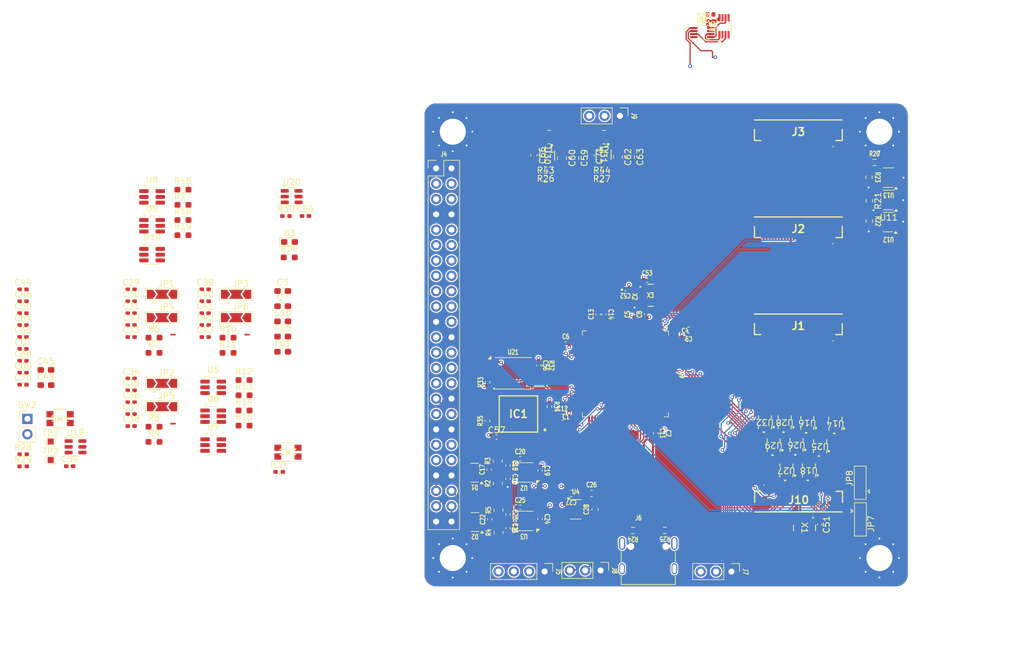
<source format=kicad_pcb>
(kicad_pcb (version 20240108) (generator "pcbnew") (generator_version "8.0")
  (layers (0 "F.Cu" signal) (1 "In1.Cu" power) (2 "In2.Cu" power) (31 "B.Cu" signal) (34 "B.Paste" user) (35 "F.Paste" user) (36 "B.SilkS" user "B.Silkscreen") (37 "F.SilkS" user "F.Silkscreen") (38 "B.Mask" user) (39 "F.Mask" user) (44 "Edge.Cuts" user))
  (net 0 "")
  (net 1 "GND")
  (net 2 "+3V3_STM32_Core")
  (net 3 "Net-(U1-VDDA)")
  (net 4 "Net-(U1-VREF+)")
  (net 5 "/CAN2_H")
  (net 6 "Net-(C17-Pad1)")
  (net 7 "/CAN2_L")
  (net 8 "+5V_CAN")
  (net 9 "+3V3_CAN")
  (net 10 "/CAN1_H")
  (net 11 "Net-(C22-Pad1)")
  (net 12 "/CAN1_L")
  (net 13 "Net-(U4-C+)")
  (net 14 "Net-(U4-C-)")
  (net 15 "+3V3_Cameras")
  (net 16 "+3V3_MRAM")
  (net 17 "Net-(D3-A)")
  (net 18 "/INTERBOARD CONNECTOR/UART_B_TXO")
  (net 19 "/INTERBOARD CONNECTOR/UART_B_RTS")
  (net 20 "/INTERBOARD CONNECTOR/UART_B_RXI")
  (net 21 "/RESET")
  (net 22 "/INTERBOARD CONNECTOR/UART_A_RXI")
  (net 23 "/INTERBOARD CONNECTOR/UART_A_TXO")
  (net 24 "/INTERBOARD CONNECTOR/5V0_1")
  (net 25 "+3V3_Flash")
  (net 26 "/INTERBOARD CONNECTOR/5V0_3")
  (net 27 "/INTERBOARD CONNECTOR/3V3_11")
  (net 28 "/INTERBOARD CONNECTOR/UART_B_CTS")
  (net 29 "/INTERBOARD CONNECTOR/AVI_RESET")
  (net 30 "+3V3_ThermalImager")
  (net 31 "/INTERBOARD CONNECTOR/3V3_8")
  (net 32 "/INTERBOARD CONNECTOR/3V3_10")
  (net 33 "/INTERBOARD CONNECTOR/3V3_13")
  (net 34 "/INTERBOARD CONNECTOR/5V0_2")
  (net 35 "/INTERBOARD CONNECTOR/EPS_RESET")
  (net 36 "/INTERBOARD CONNECTOR/3V3_12")
  (net 37 "/INTERBOARD CONNECTOR/3V3_9")
  (net 38 "/INTERBOARD CONNECTOR/3V3_7")
  (net 39 "/PMIC/USB_OTG_FS_DM")
  (net 40 "+BATT")
  (net 41 "/Cameras/2V8")
  (net 42 "/PMIC/USB_OTG_FS_DP")
  (net 43 "/USB Connector/VUSB1")
  (net 44 "/USB Connector/VUSB2")
  (net 45 "/PMIC/SWDIO")
  (net 46 "/PMIC/SWCLK")
  (net 47 "/PMIC/USART1_RX")
  (net 48 "/PMIC/USART1_TX")
  (net 49 "/PMIC/LPUART_TX")
  (net 50 "/PMIC/LPUART_RX")
  (net 51 "/PMIC/I2C2_SDA")
  (net 52 "/PMIC/I2C2_SCK")
  (net 54 "/INTERBOARD CONNECTOR/2V8_1")
  (net 58 "Net-(J6-CC2_B)")
  (net 62 "Net-(J6-CC1_A)")
  (net 64 "/Cameras/1V5")
  (net 65 "/Cameras/Power Regulator MP3416/LX1")
  (net 66 "Net-(U11-ILIMIT)")
  (net 67 "Net-(U12-ILIMIT)")
  (net 68 "Net-(U13-ILIMIT)")
  (net 69 "/Cameras/Power Regulator MP3416/LX2")
  (net 70 "/INT1")
  (net 71 "Net-(U5-ILIMIT)")
  (net 72 "Net-(U6-ILIMIT)")
  (net 73 "/INT2")
  (net 74 "Net-(U7-ILIMIT)")
  (net 75 "Net-(U8-ILIMIT)")
  (net 76 "/INT3")
  (net 77 "Net-(U9-ILIMIT)")
  (net 78 "Net-(U10-ILIMIT)")
  (net 79 "/PMIC/RST")
  (net 80 "/Cameras/Power Regulator MP3417/LX1")
  (net 81 "/PMIC/RESET")
  (net 82 "/PMIC/BOOT0")
  (net 83 "Net-(U19-DELAY{slash}M_RST)")
  (net 84 "Net-(U21-~{HOLD})")
  (net 85 "/PMIC/LED")
  (net 86 "Net-(U21-~{WP})")
  (net 91 "/PMIC/WATCHDOG_DONE")
  (net 92 "/Cameras/Power Regulator MP3417/LX2")
  (net 93 "/Cameras/DCMI_00")
  (net 94 "/Cameras/DCMI_02")
  (net 95 "/PMIC/USART2_CTS")
  (net 97 "/Cameras/DCMI_03")
  (net 98 "/PMIC/USART3_TX")
  (net 99 "/Cameras/Power Regulator MP3416/R-")
  (net 100 "/MRAM/SPI_CS")
  (net 101 "Net-(U19-~{RST})")
  (net 102 "/PMIC/EXTI_10")
  (net 103 "/PMIC/OSC32_TCXO/OUT")
  (net 104 "/Cameras/RESET")
  (net 105 "/PMIC/DCMI_10")
  (net 106 "/CAN2_RX")
  (net 107 "/Cameras/DCMI_07")
  (net 108 "/Cameras/DCMI_06")
  (net 109 "/CAN_RS")
  (net 111 "/PMIC/DCMI_11")
  (net 112 "/Cameras/I2C_SDA")
  (net 113 "/PMIC/USART3_CTS")
  (net 114 "/PMIC/DCMI_08")
  (net 115 "/Flash/SPI_MISO")
  (net 116 "/Cameras/S1")
  (net 117 "/PMIC/USART3_RTS")
  (net 119 "/PMIC/USART2_RTS")
  (net 121 "/Flash/SPI_MOSI")
  (net 122 "/Cameras/DCMI_HSYNC")
  (net 123 "/Cameras/STROBE")
  (net 124 "/CAN1_TX")
  (net 125 "/Cameras/DCMI_04")
  (net 127 "/Flash/SPI_CS")
  (net 128 "/PMIC/USART2_TX")
  (net 129 "/Cameras/I2C_SCK")
  (net 133 "/PMIC/DCMI_09")
  (net 134 "/PMIC/USART2_RX")
  (net 135 "/Cameras/DCMI_VSYNC")
  (net 136 "/PMIC/USART3_RX")
  (net 137 "/Cameras/DCMI_01")
  (net 139 "/Cameras/DCMI_05")
  (net 140 "/CAN2_TX")
  (net 143 "/Cameras/PWRDN")
  (net 146 "/PMIC/SPI2_SCK")
  (net 147 "/Cameras/S0")
  (net 148 "/PMIC/SPI2_MISO")
  (net 149 "/PMIC/OSC_HSE_TCXO/OUT")
  (net 150 "/Cameras/DCMI_PLXCLK")
  (net 151 "/CAN1_RX")
  (net 152 "/PMIC/OSC_HSE_OE")
  (net 154 "/Flash/SPI_CLK")
  (net 155 "/PMIC/SPI2_MOSI")
  (net 157 "/Cameras/Power Regulator MP3417/R-")
  (net 158 "Net-(U17-Y2)")
  (net 159 "Net-(U17-Y1)")
  (net 160 "/Cameras/XCLK")
  (net 167 "Net-(U17-Y0)")
  (net 169 "/Cameras/3V3_A")
  (net 170 "/Cameras/2V8_A")
  (net 171 "/Cameras/1V5_A")
  (net 172 "/Cameras/Camera_A/DCMI_PLXCLK")
  (net 173 "/Cameras/Camera_A/*RESET")
  (net 174 "/Cameras/3V3_B")
  (net 175 "/Cameras/2V8_B")
  (net 176 "/Cameras/1V5_B")
  (net 177 "/Cameras/Camera_B/DCMI_PLXCLK")
  (net 178 "/Cameras/Camera_B/*RESET")
  (net 179 "/Cameras/3V3_C")
  (net 180 "/Cameras/2V8_C")
  (net 181 "/Cameras/1V5_C")
  (net 182 "/Cameras/Camera_C/DCMI_PLXCLK")
  (net 183 "/Cameras/Camera_C/*RESET")
  (net 184 "/Cameras/Camera_A/A_GND")
  (net 185 "/Cameras/Camera_B/A_GND")
  (net 186 "/Cameras/Camera_C/A_GND")
  (net 187 "/Cameras/A_GND")
  (net 188 "/Cameras/Camera_A/DCMI_VSYNC")
  (net 189 "/Cameras/Camera_A/DCMI_03")
  (net 190 "Net-(JP4-C)")
  (net 191 "/Cameras/Camera_A/SDA")
  (net 192 "/Cameras/Camera_A/PWRDN")
  (net 193 "/Cameras/Camera_A/DCMI_07")
  (net 194 "/Cameras/Camera_A/DCMI_08")
  (net 195 "/Cameras/Camera_A/DCMI_09")
  (net 196 "/Cameras/Camera_A/DCMI_05")
  (net 197 "/Cameras/Camera_A/DCMI_04")
  (net 198 "/Cameras/Camera_A/DCMI_06")
  (net 199 "Net-(JP1-C)")
  (net 200 "/Cameras/Camera_A/STROBE")
  (net 201 "/Cameras/Camera_A/XCLK")
  (net 202 "/Cameras/Camera_A/SCK")
  (net 203 "/Cameras/Camera_A/DCMI_02")
  (net 204 "/Cameras/Camera_A/DCMI_HSYNC")
  (net 205 "Net-(JP5-C)")
  (net 206 "/Cameras/Camera_B/STROBE")
  (net 207 "/Cameras/Camera_B/DCMI_HSYNC")
  (net 208 "/Cameras/Camera_B/DCMI_09")
  (net 209 "/Cameras/Camera_B/SDA")
  (net 210 "/Cameras/Camera_B/DCMI_02")
  (net 211 "/Cameras/Camera_B/XCLK")
  (net 212 "/Cameras/Camera_B/DCMI_07")
  (net 213 "/Cameras/Camera_B/PWRDN")
  (net 214 "/Cameras/Camera_B/DCMI_06")
  (net 215 "/Cameras/Camera_B/DCMI_08")
  (net 216 "/Cameras/Camera_B/SCK")
  (net 217 "/Cameras/Camera_B/DCMI_04")
  (net 218 "/Cameras/Camera_B/DCMI_VSYNC")
  (net 219 "Net-(JP2-C)")
  (net 220 "/Cameras/Camera_B/DCMI_03")
  (net 221 "/Cameras/Camera_B/DCMI_05")
  (net 222 "/Cameras/Camera_C/XCLK")
  (net 223 "/Cameras/Camera_C/DCMI_07")
  (net 224 "/Cameras/Camera_C/STROBE")
  (net 225 "/Cameras/Camera_C/DCMI_06")
  (net 226 "/Cameras/Camera_C/DCMI_05")
  (net 227 "/Cameras/Camera_C/SDA")
  (net 228 "Net-(JP3-C)")
  (net 229 "/Cameras/Camera_C/DCMI_02")
  (net 230 "Net-(JP6-C)")
  (net 231 "/Cameras/Camera_C/DCMI_04")
  (net 232 "/Cameras/Camera_C/DCMI_03")
  (net 233 "/Cameras/Camera_C/DCMI_VSYNC")
  (net 234 "/Cameras/Camera_C/SCK")
  (net 235 "/Cameras/Camera_C/DCMI_HSYNC")
  (net 236 "/Cameras/Camera_C/DCMI_08")
  (net 237 "/Cameras/Camera_C/PWRDN")
  (net 238 "/Cameras/Camera_C/DCMI_09")
  (net 239 "/INTERBOARD CONNECTOR/5V0_4")
  (net 240 "/PMIC/EXTI_11")
  (net 241 "/Cameras/Multiplexer/EN_B")
  (net 242 "/Cameras/Multiplexer/EN_A")
  (net 243 "/Cameras/Multiplexer/EN_C")
  (net 244 "Net-(JP8-C)")
  (net 245 "Net-(JP7-C)")
  (net 246 "Net-(IC1-WP#{slash}IO2)")
  (net 247 "Net-(IC1-HOLD#{slash}IO3)")
  (footprint "Capacitor_SMD:C_0402_1005Metric_Pad0.74x0.62mm_HandSolder" (layer "F.Cu") (at 23.8373 94.7649)
    (property "Reference" "C41")
    (property "Value" "100n")
  )
  (footprint "Capacitor_SMD:C_0805_2012Metric_Pad1.18x1.45mm_HandSolder" (layer "F.Cu") (at 92.024999 68.930001 -90)
    (property "Reference" "C62")
    (property "Value" "47u")
  )
  (footprint "Resistor_SMD:R_0603_1608Metric_Pad0.98x0.95mm_HandSolder" (layer "F.Cu") (at 20.1573 79.3549)
    (property "Reference" "R18")
    (property "Value" "1K928")
  )
  (footprint "Project:VQFN12_RMG_TEX" (layer "F.Cu") (at 123.32875 112.9111 180)
    (property "Reference" "U16")
    (property "Value" "TMUX131RMGR")
  )
  (footprint "Package_TO_SOT_SMD:SOT-23-6_Handsoldering" (layer "F.Cu") (at 25.1573 116.5699)
    (property "Reference" "U7")
    (property "Value" "MIC2009YM6-TR")
  )
  (footprint "Connector_PinHeader_2.54mm:PinHeader_1x03_P2.54mm_Vertical" (layer "F.Cu") (at 89.175 137.3 -90)
    (property "Reference" "J8")
    (property "Value" "Conn_01x03_Pin")
  )
  (footprint "Capacitor_SMD:C_0603_1608Metric_Pad1.08x0.95mm_HandSolder" (layer "F.Cu") (at 103.75 97.55 180)
    (property "Reference" "C9")
    (property "Value" "10u")
  )
  (footprint "Capacitor_SMD:C_0402_1005Metric_Pad0.74x0.62mm_HandSolder" (layer "F.Cu") (at 75.8875 118.825)
    (property "Reference" "C20")
    (property "Value" "100n")
  )
  (footprint "Jumper:SolderJumper-3_P2.0mm_Open_TrianglePad1.0x1.5mm" (layer "F.Cu") (at 16.7073 106.3649)
    (property "Reference" "JP2")
    (property "Value" "SolderJumper_3_Open")
  )
  (footprint "Project:TG-3541CE_EPS" (layer "F.Cu") (at 122.875 130.275 -90)
    (property "Reference" "X1")
    (property "Value" "TG2520SMN 24.0000M-MCGNNM0")
  )
  (footprint "Resistor_SMD:R_0603_1608Metric_Pad0.98x0.95mm_HandSolder" (layer "F.Cu") (at 30.2573 110.8449)
    (property "Reference" "R14")
    (property "Value" "1K928")
  )
  (footprint "Project:VQFN12_RMG_TEX" (layer "F.Cu") (at 119.6 112.8 180)
    (property "Reference" "U28")
    (property "Value" "TMUX131RMGR")
  )
  (footprint "Capacitor_SMD:C_0402_1005Metric_Pad0.74x0.62mm_HandSolder" (layer "F.Cu") (at 78.925 103.4 -90)
    (property "Reference" "C56")
    (property "Value" "100n")
  )
  (footprint "Resistor_SMD:R_0805_2012Metric_Pad1.20x1.40mm_HandSolder" (layer "F.Cu") (at 72.32 131.025 90)
    (property "Reference" "R4")
    (property "Value" "60R4")
  )
  (footprint "Resistor_SMD:R_0603_1608Metric_Pad0.98x0.95mm_HandSolder" (layer "F.Cu") (at 89.374999 71.105001 180)
    (property "Reference" "R27")
    (property "Value" "182K")
  )
  (footprint "Package_TO_SOT_SMD:SOT-23" (layer "F.Cu") (at 68.4125 129.3 180)
    (property "Reference" "D2")
    (property "Value" "NUP2105L")
  )
  (footprint "Project:EVP602AA" (layer "F.Cu") (at 37.509 117.7379)
    (property "Reference" "SW3")
    (property "Value" "EVP-AA602W")
  )
  (footprint "Capacitor_SMD:C_0402_1005Metric_Pad0.74x0.62mm_HandSolder" (layer "F.Cu") (at 23.8373 92.7949)
    (property "Reference" "C40")
    (property "Value" "100n")
  )
  (footprint "Package_QFP:LQFP-100_14x14mm_P0.5mm" (layer "F.Cu") (at 93.275 104.8 -90)
    (property "Reference" "U1")
    (property "Value" "STM32L496VGTx")
  )
  (footprint "Capacitor_SMD:C_0402_1005Metric_Pad0.74x0.62mm_HandSolder" (layer "F.Cu") (at 11.5973 94.7649)
    (property "Reference" "C31")
    (property "Value" "100n")
  )
  (footprint "Capacitor_SMD:C_0402_1005Metric_Pad0.74x0.62mm_HandSolder" (layer "F.Cu") (at 96.8675 89.3)
    (property "Reference" "C53")
    (property "Value" "100n")
  )
  (footprint "Package_TO_SOT_SMD:SOT-23-6_Handsoldering" (layer "F.Cu") (at 15.0573 75.5299)
    (property "Reference" "U8")
    (property "Value" "MIC2009YM6-TR")
  )
  (footprint "Project:NetTie-2_SMD_Pad0.3mm" (layer "F.Cu") (at 18.5123 113.0299)
    (property "Reference" "NT3" (hide yes))
    (property "Value" "NetTie_2" (hide yes))
  )
  (footprint "Project:100519222410EHLF" (layer "F.Cu") (at 121.85 96.875 180)
    (property "Reference" "J1")
    (property "Value" "10051922-2410EHLF" (hide yes))
  )
  (footprint "Resistor_SMD:R_0603_1608Metric_Pad0.98x0.95mm_HandSolder" (layer "F.Cu") (at 27.6173 101.3149)
    (property "Reference" "R11")
    (property "Value" "10K")
  )
  (footprint "Connector_PinHeader_2.54mm:PinHeader_1x03_P2.54mm_Vertical" (layer "F.Cu") (at 92.375 62.125 -90)
    (property "Reference" "J9")
    (property "Value" "Conn_01x03_Pin")
  )
  (footprint "Project:AMPHENOL_10155435-00011LF" (layer "F.Cu") (at 97.05 137.025)
    (property "Reference" "J6")
    (property "Value" "10155435-00011LF")
  )
  (footprint "Resistor_SMD:R_0402_1005Metric_Pad0.72x0.64mm_HandSolder" (layer "F.Cu") (at -6.2427 118.1049)
    (property "Reference" "R28")
    (property "Value" "100K")
  )
  (footprint "Resistor_SMD:R_0603_1608Metric_Pad0.98x0.95mm_HandSolder" (layer "F.Cu") (at 20.1573 81.8649)
    (property "Reference" "R19")
    (property "Value" "1K928")
  )
  (footprint "Resistor_SMD:R_0603_1608Metric_Pad0.98x0.95mm_HandSolder" (layer "F.Cu") (at 37.7273 85.5349)
    (property "Reference" "R36")
    (property "Value" "680")
  )
  (footprint "Capacitor_SMD:C_0805_2012Metric_Pad1.18x1.45mm_HandSolder" (layer "F.Cu") (at 84.825 69.0813 -90)
    (property "Reference" "C59")
    (property "Value" "47u")
  )
  (footprint "Project:TG-3541CE_EPS" (layer "F.Cu") (at 97.425 91.8)
    (property "Reference" "X3")
    (property "Value" "TG2520SMN 32.0000M-MCGNNM0")
  )
  (footprint "Package_TO_SOT_SMD:SOT-23-6_Handsoldering" (layer "F.Cu") (at 136.7525 79.6875 180)
    (property "Reference" "U12")
    (property "Value" "MIC2009YM6-TR")
  )
  (footprint "Capacitor_SMD:C_0402_1005Metric_Pad0.74x0.62mm_HandSolder" (layer "F.Cu") (at -6.2627 94.7649)
    (property "Reference" "C50")
    (property "Value" "100n")
  )
  (footprint "Project:VQFN12_RMG_TEX" (layer "F.Cu") (at 116.32875 112.7861 180)
    (property "Reference" "U32")
    (property "Value" "TMUX131RMGR")
  )
  (footprint "Capacitor_SMD:C_0402_1005Metric_Pad0.74x0.62mm_HandSolder" (layer "F.Cu") (at 99.225 114.625 -90)
    (property "Reference" "C2")
    (property "Value" "100n")
  )
  (footprint "Jumper:SolderJumper-3_P2.0mm_Open_TrianglePad1.0x1.5mm" (layer "F.Cu") (at 132.0825 128.865 -90)
    (property "Reference" "JP7")
    (property "Value" "SolderJumper_3_Open")
  )
  (footprint "Capacitor_SMD:C_0402_1005Metric_Pad0.74x0.62mm_HandSolder" (layer "F.Cu") (at 40.4073 78.6849)
    (property "Reference" "C55")
    (property "Value" "100n")
  )
  (footprint "Capacitor_SMD:C_0402_1005Metric_Pad0.74x0.62mm_HandSolder" (layer "F.Cu") (at 11.5973 90.8249)
    (property "Reference" "C29")
    (property "Value" "100n")
  )
  (footprint "Capacitor_SMD:C_0402_1005Metric_Pad0.74x0.62mm_HandSolder" (layer "F.Cu") (at 70.8625 128.875 90)
    (property "Reference" "C22")
    (property "Value" "4.7n")
  )
  (footprint "Capacitor_SMD:C_0402_1005Metric_Pad0.74x0.62mm_HandSolder" (layer "F.Cu") (at 23.8373 98.7049)
    (property "Reference" "C43")
    (property "Value" "100n")
  )
  (footprint "Jumper:SolderJumper-3_P2.0mm_Open_TrianglePad1.0x1.5mm" (layer "F.Cu") (at 16.7073 110.2199)
    (property "Reference" "JP5")
    (property "Value" "SolderJumper_3_Open")
  )
  (footprint "Jumper:SolderJumper-3_P2.0mm_Open_TrianglePad1.0x1.5mm" (layer "F.Cu") (at 132.1 122.8 90)
    (property "Reference" "JP8")
    (property "Value" "SolderJumper_3_Open")
  )
  (footprint "Project:VQFN12_RMG_TEX" (layer "F.Cu") (at 125.45375 116.7611 180)
    (property "Reference" "U25")
    (property "Value" "TMUX131RMGR")
  )
  (footprint "Resistor_SMD:R_0402_1005Metric_Pad0.72x0.64mm_HandSolder" (layer "F.Cu") (at 70.475 112.575 90)
    (property "Reference" "R35")
    (property "Value" "100K")
  )
  (footprint "Connector_PinHeader_2.54mm:PinHeader_2x24_P2.54mm_Vertical" (layer "F.Cu") (at 62 70.8)
    (property "Reference" "J4")
    (property "Value" "Conn_02x24_Odd_Even")
  )
  (footprint "Resistor_SMD:R_0402_1005Metric_Pad0.72x0.64mm_HandSolder" (layer "F.Cu") (at 36.0573 121.0049)
    (property "Reference" "R31")
    (property "Value" "100K")
  )
  (footprint "Project:VQFN12_RMG_TEX" (layer "F.Cu") (at 123.60375 120.7611 180)
    (property "Reference" "U18")
    (property "Value" "TMUX131RMGR")
  )
  (footprint "Package_DFN_QFN:DFN-8-1EP_6x5mm_P1.27mm_EP2x2mm" (layer "F.Cu") (at 74.725 104.7)
    (property "Reference" "U21")
    (property "Value" "MR25H10")
  )
  (footprint "Jumper:SolderJumper-3_P2.0mm_Open_TrianglePad1.0x1.5mm" (layer "F.Cu") (at 28.9473 91.6349)
    (property "Reference" "JP3")
    (property "Value" "SolderJumper_3_Open")
  )
  (footprint "Resistor_SMD:R_0603_1608Metric_Pad0.98x0.95mm_HandSolder" (layer "F.Cu") (at 134.4375 69.825)
    (property "Reference" "R20")
    (property "Value" "10K")
  )
  (footprint "Project:OSC_ECS-1618-300-BN-TR" (layer "F.Cu") (at 93.3 92.475 -90)
    (property "Reference" "X2")
    (property "Value" "ECS-TXO-2016")
  )
  (footprint "Capacitor_SMD:C_0402_1005Metric_Pad0.74x0.62mm_HandSolder" (layer "F.Cu") (at 73.8875 128.075 -90)
    (property "Reference" "C23")
    (property "Value" "100p")
  )
  (footprint "Capacitor_SMD:C_0402_1005Metric_Pad0.74x0.62mm_HandSolder" (layer "F.Cu") (at 83.425 99.8)
    (property "Reference" "C6")
    (property "Value" "100n")
  )
  (footprint "Resistor_SMD:R_0603_1608Metric_Pad0.98x0.95mm_HandSolder" (layer "F.Cu") (at 30.2573 108.3349)
    (property "Reference" "R13")
    (property "Value" "1K928")
  )
  (footprint "Project:MountingHole_4.3mm_M4_Pad_Via_Custom" (layer "F.Cu") (at 64.75 64.75)
    (property "Reference" "H4" (hide yes))
    (property "Value" "MountingHole_Pad" (hide yes))
  )
  (footprint "Capacitor_SMD:C_0603_1608Metric_Pad1.08x0.95mm_HandSolder" (layer "F.Cu") (at 82.875 111.975)
    (property "Reference" "C12")
    (property "Value" "10u")
  )
  (footprint "Package_TO_SOT_SMD:SOT-23-6" (layer "F.Cu") (at 38.1273 75.4799)
    (property "Reference" "U20")
    (property "Value" "74LVC2G07")
  )
  (footprint "Jumper:SolderJumper-3_P2.0mm_Open_TrianglePad1.0x1.5mm" (layer "F.Cu") (at 28.9473 95.4899)
    (property "Reference" "JP6")
    (property "Value" "SolderJumper_3_Open")
  )
  (footprint "Capacitor_SMD:C_0603_1608Metric_Pad1.08x0.95mm_HandSolder" (layer "F.Cu") (at 36.6473 93.6049)
    (property "Reference" "C7")
    (property "Value" "10u")
  )
  (footprint "Capacitor_SMD:C_0402_1005Metric_Pad0.74x0.62mm_HandSolder" (layer "F.Cu") (at 125.35 129.725 -90)
    (property "Reference" "C51")
    (property "Value" "100n")
  )
  (footprint "Capacitor_SMD:C_0402_1005Metric_Pad0.74x0.62mm_HandSolder" (layer "F.Cu") (at 83.45 110.75 180)
    (property "Reference" "C1")
    (property "Value" "100n")
  )
  (footprint "Project:VQFN12_RMG_TEX" (layer "F.Cu") (at 121.55375 116.5361 180)
    (property "Reference" "U26")
    (property "Value" "TMUX131RMGR")
  )
  (footprint "Project:NetTie-2_SMD_Pad0.3mm" (layer "F.Cu") (at 116.65 123.525 90)
    (property "Reference" "NT1" (hide yes))
    (property "Value" "NetTie_2" (hide yes))
  )
  (footprint "Project:TPS631000DRLR_TEX" (layer "F.Cu") (at 89.674999 68.530001 -90)
    (property "Reference" "U31")
    (property "Value" "TPS631000DRLR")
  )
  (footprint "Capacitor_SMD:C_0402_1005Metric_Pad0.74x0.62mm_HandSolder" (layer "F.Cu") (at 88.775 94.95 90)
    (property "Reference" "C13")
    (property "Value" "100n")
  )
  (footprint "Resistor_SMD:R_0603_1608Metric_Pad0.98x0.95mm_HandSolder" (layer "F.Cu") (at 133.526593 72.275 -90)
    (property "Reference" "R23")
    (property "Value" "1K928")
  )
  (footprint "Resistor_SMD:R_0603_1608Metric_Pad0.98x0.95mm_HandSolder" (layer "F.Cu") (at 20.1573 76.8449)
    (property "Reference" "R17")
    (property "Value" "1K928")
  )
  (footprint "Capacitor_SMD:C_0402_1005Metric_Pad0.74x0.62mm_HandSolder" (layer "F.Cu") (at 11.5973 92.7949)
    (property "Reference" "C30")
    (property "Value" "100n")
  )
  (footprint "Inductor_SMD:L_1008_2520Metric_Pad1.43x2.20mm_HandSolder" (layer "F.Cu") (at 89.749999 65.655001 180)
    (property "Reference" "L2")
    (property "Value" "1u")
  )
  (footprint "Project:MountingHole_4.3mm_M4_Pad_Via_Custom" (layer "F.Cu") (at 135.25 135.25)
    (property "Reference" "H1" (hide yes))
    (property "Value" "MountingHole_Pad" (hide yes))
  )
  (footprint "Resistor_SMD:R_0603_1608Metric_Pad0.98x0.95mm_HandSolder" (layer "F.Cu") (at 27.6173 98.8049)
    (property "Reference" "R10")
    (property "Value" "10K")
  )
  (footprint "Capacitor_SMD:C_0402_1005Metric_Pad0.74x0.62mm_HandSolder" (layer "F.Cu") (at 106.82 45.905 90)
    (property "Reference" "C47")
    (property "Value" "100n")
  )
  (footprint "Jumper:SolderJumper-3_P2.0mm_Open_TrianglePad1.0x1.5mm" (layer "F.Cu") (at 16.7073 91.6349)
    (property "Reference" "JP1")
    (property "Value" "SolderJumper_3_Open")
  )
  (footprint "Connector_PinHeader_2.54mm:PinHeader_1x02_P2.54mm_Vertical" (layer "F.Cu") (at -5.5427 112.2349)
    (property "Reference" "SW2")
    (property "Value" "SW_DIP_x01")
  )
  (footprint "Capacitor_SMD:C_0402_1005Metric_Pad0.74x0.62mm_HandSolder" (layer "F.Cu") (at 72 115.25)
    (property "Reference" "C57")
    (property "Value" "100n")
  )
  (footprint "Project:100519222410EHLF" (layer "F.Cu") (at 121.9 125.65)
    (property "Reference" "J10")
    (property "Value" "10051922-2410EHLF" (hide yes))
  )
  (footprint "Capacitor_SMD:C_0805_2012Metric_Pad1.18x1.45mm_HandSolder" (layer "F.Cu") (at 82.8 69.0813 -90)
    (property "Reference" "C60")
    (property "Value" "47u")
  )
  (footprint "Capacitor_SMD:C_0402_1005Metric_Pad0.74x0.62mm_HandSolder" (layer "F.Cu") (at 98.275 114.625 -90)
    (property "Reference" "C11")
    (property "Value" "100n")
  )
  (footprint "Capacitor_SMD:C_0603_1608Metric_Pad1.08x0.95mm_HandSolder" (layer "F.Cu") (at 88.255 127.218933 90)
    (property "Reference" "C28")
    (property "Value" "1u")
  )
  (footprint "Capacitor_SMD:C_0402_1005Metric_Pad0.74x0.62mm_HandSolder" (layer "F.Cu") (at -6.2627 102.6449)
    (property "Reference" "C68")
    (property "Value" "100n")
  )
  (footprint "Package_TO_SOT_SMD:SOT-23-6_Handsoldering" (layer "F.Cu") (at 25.1573 107.0199)
    (property "Reference" "U5")
    (property "Value" "MIC2009YM6-TR")
  )
  (footprint "Resistor_SMD:R_0805_2012Metric_Pad1.20x1.40mm_HandSolder" (layer "F.Cu") (at 72.1875 119.2 90)
    (property "Reference" "R3")
    (property "Value" "60R4")
  )
  (footprint "Resistor_SMD:R_0603_1608Metric_Pad0.98x0.95mm_HandSolder" (layer "F.Cu") (at 133.5775 79.55 -90)
    (property "Reference" "R22")
    (property "Value" "1K928")
  )
  (footprint "Resistor_SMD:R_0603_1608Metric_Pad0.98x0.95mm_HandSolder" (layer "F.Cu") (at 15.3773 101.3149)
    (property "Reference" "R7")
    (property "Value" "10K")
  )
  (footprint "Capacitor_SMD:C_0402_1005Metric_Pad0.74x0.62mm_HandSolder" (layer "F.Cu") (at -6.2627 100.6749)
    (property "Reference" "C67")
    (property "Value" "100n")
  )
  (footprint "Capacitor_SMD:C_0402_1005Metric_Pad0.74x0.62mm_HandSolder" (layer "F.Cu") (at 11.5973 98.7049)
    (property "Reference" "C33")
    (property "Value" "100n")
  )
  (footprint "TestPoint:TestPoint_Pad_1.0x1.0mm" (layer "F.Cu") (at -1.6927 119.0349)
    (property "Reference" "TP2")
    (property "Value" "TP_1x1")
  )
  (footprint "Package_DFN_QFN:DFN-8-1EP_3x3mm_P0.65mm_EP1.55x2.4mm" (layer "F.Cu") (at 76.525 121.1 180)
    (property "Reference" "U2")
    (property "Value" "TJA1042TK-3")
  )
  (footprint "Resistor_SMD:R_0603_1608Metric_Pad0.98x0.95mm_HandSolder" (layer "F.Cu") (at 30.2573 113.3549)
    (property "Reference" "R15")
    (property "Value" "1K928")
  )
  (footprint "Capacitor_SMD:C_0402_1005Metric_Pad0.74x0.62mm_HandSolder" (layer "F.Cu") (at 11.5973 107.5249)
    (property "Reference" "C35")
    (property "Value" "100n")
  )
  (footprint "Capacitor_SMD:C_0402_1005Metric_Pad0.74x0.62mm_HandSolder" (layer "F.Cu") (at -6.2627 92.7949)
    (property "Reference" "C46")
    (property "Value" "100n")
  )
  (footprint "Package_TO_SOT_SMD:SOT-23-6_Handsoldering" (layer "F.Cu") (at 15.0573 80.3049)
    (property "Reference" "U9")
    (property "Value" "MIC2009YM6-TR")
  )
  (footprint "Capacitor_SMD:C_0402_1005Metric_Pad0.74x0.62mm_HandSolder" (layer "F.Cu") (at -6.2627 104.6149)
    (property "Reference" "C69")
    (property "Value" "100n")
  )
  (footprint "Capacitor_SMD:C_0402_1005Metric_Pad0.74x0.62mm_HandSolder" (layer "F.Cu") (at 73.8875 122.175 -90)
    (property "Reference" "C16")
    (property "Value" "100p")
  )
  (footprint "Capacitor_SMD:C_0402_1005Metric_Pad0.74x0.62mm_HandSolder" (layer "F.Cu") (at 11.5973 109.4949)
    (property "Reference" "C36")
    (property "Value" "100n")
  )
  (footprint "Resistor_SMD:R_0603_1608Metric_Pad0.98x0.95mm_HandSolder" (layer "F.Cu") (at 94.525 130.7 180)
    (property "Reference" "R24")
    (property "Value" "5K1")
  )
  (footprint "Capacitor_SMD:C_0805_2012Metric_Pad1.18x1.45mm_HandSolder" (layer "F.Cu") (at 94.024999 68.930001 -90)
    (property "Reference" "C63")
    (property "Value" "47u")
  )
  (footprint "Capacitor_SMD:C_0402_1005Metric_Pad0.74x0.62mm_HandSolder" (layer "F.Cu") (at -6.2627 90.8249)
    (property "Reference" "C44")
    (property "Value" "100n")
  )
  (footprint "Project:VQFN12_RMG_TEX" (layer "F.Cu") (at 127.97875 113.0111 180)
    (property "Reference" "U14")
    (property "Value" "TMUX131RMGR")
  )
  (footprint "Project:MountingHole_4.3mm_M4_Pad_Via_Custom" (layer "F.Cu") (at 64.75 135.25)
    (property "Reference" "H2" (hide yes))
    (property "Value" "MountingHole_Pad" (hide yes))
  )
  (footprint "Connector_PinHeader_2.54mm:PinHeader_1x04_P2.54mm_Vertical" (layer "F.Cu") (at 79.925 137.475 -90)
    (property "Reference" "J5")
    (property "Value" "Conn_01x04_Pin")
  )
  (footprint "Resistor_SMD:R_0603_1608Metric_Pad0.98x0.95mm_HandSolder" (layer "F.Cu") (at 80.1 72.5813)
    (property "Reference" "R43")
    (property "Value" "91K")
  )
  (footprint "Capacitor_SMD:C_0402_1005Metric_Pad0.74x0.62mm_HandSolder" (layer "F.Cu") (at 94.775 94.95 90)
    (property "Reference" "C5")
    (property "Value" "100n")
  )
  (footprint "Package_TO_SOT_SMD:SOT-23-6_Handsoldering" (layer "F.Cu") (at 136.7875 76.025 180)
    (property "Reference" "U11")
    (property "Value" "MIC2009YM6-TR")
  )
  (footprint "Package_TO_SOT_SMD:SOT-23-6_Handsoldering" (layer "F.Cu") (at 15.0573 85.0799)
    (property "Reference" "U10")
    (property "Value" "MIC2009YM6-TR")
  )
  (footprint "Capacitor_SMD:C_0603_1608Metric_Pad1.08x0.95mm_HandSolder" (layer "F.Cu") (at 87.68 124.568933)
    (property "Reference" "C26")
    (property "Value" "10u")
  )
  (footprint "Capacitor_SMD:C_0402_1005Metric_Pad0.74x0.62mm_HandSolder" (layer "F.Cu") (at 73.8625 119.95 -90)
    (property "Reference" "C18")
    (property "Value" "100p")
  )
  (footprint "Resistor_SMD:R_0402_1005Metric_Pad0.72x0.64mm_HandSolder" (layer "F.Cu") (at 70.525 106.175 90)
    (property "Reference" "R33")
    (property "Value" "100K")
  )
  (footprint "Capacitor_SMD:C_0603_1608Metric_Pad1.08x0.95mm_HandSolder" (layer "F.Cu") (at 36.6473 98.6249)
    (property "Reference" "C15")
    (property "Value" "1u")
  )
  (footprint "Capacitor_SMD:C_0402_1005Metric_Pad0.74x0.62mm_HandSolder" (layer "F.Cu") (at 93.275 90.675 180)
    (property "Reference" "C52")
    (property "Value" "100n")
  )
  (footprint "Resistor_SMD:R_0402_1005Metric_Pad0.72x0.64mm_HandSolder" (layer "F.Cu") (at -6.2427 120.0949)
    (property "Reference" "R29")
    (property "Value" "8K85")
  )
  (footprint "Package_TO_SOT_SMD:SOT-23-6_Handsoldering" (layer "F.Cu") (at 85.08 127.193933)
    (property "Reference" "U4")
    (property "Value" "AP3602AKTR-G1")
  )
  (footprint "Capacitor_SMD:C_0603_1608Metric_Pad1.08x0.95mm_HandSolder" (layer "F.Cu") (at 36.6473 91.0949)
    (property "Reference" "C3")
    (property "Value" "1u")
  )
  (footprint "Resistor_SMD:R_0603_1608Metric_Pad0.98x0.95mm_HandSolder" (layer "F.Cu") (at 133.5875 76.175 -90)
    (property "Reference" "R21")
    (property "Value" "1K928")
  )
  (footprint "Resistor_SMD:R_0603_1608Metric_Pad0.98x0.95mm_HandSolder" (layer "F.Cu") (at 99.8 130.675 180)
    (property "Reference" "R25")
    (property "Value" "5K1")
  )
  (footprint "Resistor_SMD:R_0402_1005Metric_Pad0.72x0.64mm_HandSolder" (layer "F.Cu") (at 79.9 103.4 -90)
    (property "Reference" "R32")
    (property "Value" "100K")
  )
  (footprint "LED_SMD:LED_0603_1608Metric_Pad1.05x0.95mm_HandSolder" (layer "F.Cu") (at 37.7723 82.9849)
    (property "Reference" "D3")
    (property "Value" "ORANGE")
  )
  (footprint "Capacitor_SMD:C_0402_1005Metric_Pad0.74x0.62mm_HandSolder" (layer "F.Cu") (at -6.2627 98.7049)
    (property "Reference" "C65")
    (property "Value" "100n")
  )
  (footprint "Capacitor_SMD:C_0402_1005Metric_Pad0.74x0.62mm_HandSolder" (layer "F.Cu") (at -6.2627 106.5849)
    (property "Reference" "C70")
    (property "Value" "100n")
  )
  (footprint "Capacitor_SMD:C_0402_1005Metric_Pad0.74x0.62mm_HandSolder" (layer "F.Cu") (at 11.5973 105.5549)
    (property "Reference" "C34")
    (property "Value" "100n")
  )
  (footprint "Resistor_SMD:R_0603_1608Metric_Pad0.98x0.95mm_HandSolder" (layer "F.Cu") (at 15.3773 116.0449)
    (property "Reference" "R9")
    (property "Value" "10K")
  )
  (footprint "Connector_PinHeader_2.54mm:PinHeader_1x03_P2.54mm_Vertical" (layer "F.Cu") (at 110.8 137.5 -90)
    (property "Reference" "J7")
    (property "Value" "Conn_01x03_Pin")
  )
  (footprint "Project:NetTie-2_SMD_Pad0.3mm" (layer "F.Cu") (at 30.7523 98.2999)
    (property "Reference" "NT4" (hide yes))
    (property "Value" "NetTie_2" (hide yes))
  )
  (footprint "Project:TPS631000DRLR_TEX" (layer "F.Cu") (at 80.35 68.7063 -90)
    (property "Reference" "U30")
    (property "Value" "TPS631000DRLR")
  )
  (footprint "TestPoint:TestPoint_Pad_1.0x1.0mm" (layer "F.Cu") (at -1.6927 115.9849)
    (property "Reference" "TP1")
    (property "Value" "TP_1x1")
  )
  (footprint "Capacitor_SMD:C_0402_1005Metric_Pad0.74x0.62mm_HandSolder" (layer "F.Cu") (at -6.2627 96.7349)
    (property "Reference" "C64")
    (property "Value" "100n")
  )
  (footprint "Capacitor_SMD:C_0402_1005Metric_Pad0.74x0.62mm_HandSolder" (layer "F.Cu") (at 75.8875 126.85)
    (property "Reference" "C25")
    (property "Value" "100n")
  )
  (footprint "Capacitor_SMD:C_0603_1608Metric_Pad1.08x0.95mm_HandSolder" (layer "F.Cu") (at 84.33 124.568933 180)
    (property "Reference" "C27")
    (property "Value" "10u")
  )
  (footprint "Inductor_SMD:L_0603_1608Metric_Pad1.05x0.95mm_HandSolder" (layer "F.Cu") (at 36.6473 101.1349)
    (property "Reference" "FB1")
    (property "Value" "120R")
  )
  (footprint "Capacitor_SMD:C_0603_1608Metric_Pad1.08x0.95mm_HandSolder" (layer "F.Cu") (at -2.4827 104.1449)
    (property "Reference" "C45")
    (property "Value" "10u")
  )
  (footprint "Project:MountingHole_4.3mm_M4_Pad_Via_Custom" (layer "F.Cu") (at 135.25 64.75)
    (property "Reference" "H3" (hide yes))
    (property "Value" "MountingHole_Pad" (hide yes))
  )
  (footprint "Capacitor_SMD:C_0402_1005Metric_Pad0.74x0.62mm_HandSolder" (layer "F.Cu") (at 11.5973 111.4649)
    (property "Reference" "C37")
    (property "Value" "22p")
  )
  (footprint "Project:100519222410EHLF" (layer "F.Cu") (at 121.85 64.775 180)
    (property "Reference" "J3")
    (property "Value" "10051922-2410EHLF" (hide yes))
  )
  (footprint "Project:VQFN12_RMG_TEX" (layer "F.Cu") (at 119.875 120.775 180)
    (property "Reference" "U27")
    (property "Value" "TMUX131RMGR")
  )
  (footprint "Capacitor_SMD:C_0402_1005Metric_Pad0.74x0.62mm_HandSolder" (layer "F.Cu") (at 79.175 128.8 -90)
    (property "Reference" "C24")
    (property "Value" "100n")
  )
  (footprint "Resistor_SMD:R_0402_1005Metric_Pad0.72x0.64mm_HandSolder" (layer "F.Cu") (at 37.1773 78.6949)
    (property "Reference" "R30")
    (property "Value" "100K")
  )
  (footprint "Package_TO_SOT_SMD:SOT-23-6" (layer "F.Cu") (at 2.4073 116.8599)
    (property "Reference" "U19")
    (property "Value" "TPL5010")
  )
  (footprint "Package_TO_SOT_SMD:SOT-23" (layer "F.Cu") (at 68.35 121.15 180)
    (property "Reference" "D1")
    (property "Value" "NUP2105L")
  )
  (footprint "Package_TO_SOT_SMD:SOT-23-6_Handsoldering" (layer "F.Cu") (at 25.1573 111.7949)
    (property "Reference" "U6")
    (property "Value" "MIC2009YM6-TR")
  )
  (footprint "Project:EVP602AA" (layer "F.Cu") (at -0.141 112.1879)
    (property "Reference" "SW1")
    (property "Value" "EVP-AA602W")
  )
  (footprint "Project:VQFN12_RMG_TEX" (layer "F.Cu") (at 117.775 116.6 180)
    (property "Reference" "U29")
    (property "Value" "TMUX131RMGR")
  )
  (footprint "Inductor_SMD:L_1008_2520Metric_Pad1.43x2.20mm_HandSolder" (layer "F.Cu") (at 80.675 65.6313 180)
    (property "Reference" "L1")
    (property "Value" "1u")
  )
  (footprint "Package_SO:VSSOP-8_2.3x2mm_P0.5mm" (layer "F.Cu") (at 105.98 48.355)
    (property "Reference" "U17")
    (property "Value" "74LVC1G139")
  )
  (footprint "Capacitor_SMD:C_0402_1005Metric_Pad0.74x0.62mm_HandSolder" (layer "F.Cu") (at 70.7625 120.625 90)
    (property "Reference" "C17")
    (property "Value" "4.7n")
  )
  (footprint "Capacitor_SMD:C_0402_1005Metric_Pad0.74x0.62mm_HandSolder" (layer "F.Cu") (at 11.5973 96.7349)
    (property "Reference" "C32")
    (property "Value" "22p")
  )
  (footprint "Project:100519222410EHLF" (layer "F.Cu") (at 121.85 80.825 180)
    (property "Reference" "J2")
    (property "Value" "10051922-2410EHLF" (hide yes))
  )
  (footprint "Resistor_SMD:R_0805_2012Metric_Pad1.20x1.40mm_HandSolder" (layer "F.Cu") (at 72.1875 122.925 90)
    (property "Reference" "R2")
    (property "Value" "60R4")
  )
  (footprint "Capacitor_SMD:C_0402_1005Metric_Pad0.74x0.62mm_HandSolder" (layer "F.Cu") (at 107.82 45.9225 90)
    (property "Reference" "C48")
    (property "Value" "100n")
  )
  (footprint "Capacitor_SMD:C_0402_1005Metric_Pad0.74x0.62mm_HandSolder" (layer "F.Cu") (at 23.8373 96.7349)
    (property "Reference" "C42")
    (property "Value" "22p")
  )
  (footprint "Capacitor_SMD:C_0402_1005Metric_Pad0.74x0.62mm_HandSolder" (layer "F.Cu") (at 1.4373 120.0649)
    (property "Reference" "C54")
    (property "Value" "100n")
  )
  (footprint "Capacitor_SMD:C_0603_1608Metric_Pad1.08x0.95mm_HandSolder" (layer "F.Cu") (at 87.549999 68.705001 -90)
    (property "Reference" "C71")
    (property "Value" "22u")
  )
  (footprint "Capacitor_SMD:C_0603_1608Metric_Pad1.08x0.95mm_HandSolder" (layer "F.Cu") (at -2.4827 106.6549)
    (property "Reference" "C49")
    (property "Value" "10u")
  )
  (footprint "Project:NetTie-2_SMD_Pad0.3mm" (layer "F.Cu") (at 18.5123 98.2999)
    (property "Reference" "NT2" (hide yes))
    (property "Value" "NetTie_2" (hide yes))
  )
  (footprint "Capacitor_SMD:C_0402_1005Metric_Pad0.74x0.62mm_HandSolder" (layer "F.Cu") (at 103.15 98.825)
    (property "Reference" "C4")
    (property "Value" "100n")
  )
  (footprint "Resistor_SMD:R_0603_1608Metric_Pad0.98x0.95mm_HandSolder" (layer "F.Cu") (at 80.1 71.0813 180)
    (property "Reference" "R26")
    (property "Value" "418K6")
  )
  (footprint "Package_TO_SOT_SMD:SOT-23-6_Handsoldering" (layer "F.Cu") (at 136.776593 72.35 180)
    (property "Reference" "U13")
    (property "Value" "MIC2009YM6-TR")
  )
  (footprint "Resistor_SMD:R_0603_1608Metric_Pad0.98x0.95mm_HandSolder" (layer "F.Cu") (at 89.399999 72.580001)
    (property "Reference" "R44")
    (property "Value" "91K")
  )
  (footprint "Capacitor_SMD:C_0402_1005Metric_Pad0.74x0.62mm_HandSolder" (layer "F.Cu") (at 89.725 94.95 -90)
    (property "Reference" "C14")
    (property "Value" "100n")
  )
  (footprint "Resistor_SMD:R_0603_1608Metric_Pad0.98x0.95mm_HandSolder" (layer "F.Cu") (at 20.1573 74.3349)
    (property "Reference" "R16")
    (property "Value" "10K")
  )
  (footprint "Resistor_SMD:R_0603_1608Metric_Pad0.98x0.95mm_HandSolder" (layer "F.Cu") (at 15.3773 98.8049)
    (property "Reference" "R6")
    (property "Value" "10K")
  )
  (footprint "Capacitor_SMD:C_0402_1005Metric_Pad0.74x0.62mm_HandSolder" (layer "F.Cu") (at 73.8875 130.325 -90)
    (property "Reference" "C21")
    (property "Value" "100p")
  )
  (footprint "Capacitor_SMD:C_0603_1608Metric_Pad1.08x0.95mm_HandSolder" (layer "F.Cu") (at 78.15 68.6563 -90)
    (property "Reference" "C66")
    (property "Value" "22u")
  )
  (footprint "Resistor_SMD:R_0603_1608Metric_Pad0.98x0.95mm_HandSolder" (layer "F.Cu") (at 15.3773 113.5349)
    (property "Reference" "R8")
    (property "Value" "10K")
  )
  (footprint "Capacitor_SMD:C_0402_1005Metric_Pad0.74x0.62mm_HandSolder" (layer "F.Cu") (at 79.175 120.775 -90)
    (property "Reference" "C19")
    (property "Value" "100n")
  )
  (footprint "Capacitor_SMD:C_0402_1005Metric_Pad0.74x0.62mm_HandSolder" (layer "F.Cu") (at 23.8373 90.8249)
    (property "Reference" "C39")
    (property "Value" "100n")
  )
  (footprint "Capacitor_SMD:C_0402_1005Metric_Pad0.74x0.62mm_HandSolder" (layer "F.Cu") (at 96.775 94.95 90)
    (property "Reference" "C8")
    (property "Value" "100n")
  )
  (footprint "Project:SON127P800X600X65-8N" (layer "F.Cu") (at 75.6 111.425 180)
    (property "Reference" "IC1")
    (property "Value" "MT29F4G01ABAFDWB-IT_F" (hide yes))
  )
  (footprint "Jumper:SolderJumper-3_P2.0mm_Open_TrianglePad1.0x1.5mm" (layer "F.Cu") (at 16.7073 95.4899)
    (property "Reference" "JP4")
    (property "Value" "SolderJumper_3_Open")
  )
  (footprint "Resistor_SMD:R_0805_2012Metric_Pad1.20x1.40mm_HandSolder" (layer "F.Cu") (at 72.295 127.325 90)
    (property "Reference" "R5")
    (property "Value" "60R4")
  )
  (footprint "Capacitor_SMD:C_0402_1005Metric_Pad0.74x0.62mm_HandSolder" (layer "F.Cu") (at 11.5973 113.4349)
    (property "Reference" "C38")
    (property "Value" "100n")
  )
  (footprint "Package_SO:VSSOP-8_2.3x2mm_P0.5mm" (layer "F.Cu") (at 109.57 47.305 90)
    (property "Reference" "U15")
    (property "Value" "74LVC3G04")
  )
  (footprint "Package_DFN_QFN:DFN-8-1EP_3x3mm_P0.65mm_EP1.55x2.4mm" (layer "F.Cu") (at 76.5375 129.125 180)
    (property "Reference" "U3")
    (property "Value" "TJA1042TK-3")
  )
  (footprint "Capacitor_SMD:C_0603_1608Metric_Pad1.08x0.95mm_HandSolder" (layer "F.Cu") (at 36.6473 96.1149)
    (property "Reference" "C10")
    (property "Value" "1u")
  )
  (footprint "Resistor_SMD:R_0603_1608Metric_Pad0.98x0.95mm_HandSolder" (layer "F.Cu") (at 30.2573 105.8249)
    (property "Reference" "R12")
    (property "Value" "10K")
  )
  (footprint "Resistor_SMD:R_0402_1005Metric_Pad0.72x0.64mm_HandSolder" (layer "F.Cu") (at 80.725 110.2 -90)
    (property "Reference" "R34")
    (property "Value" "100K")
  )
  (gr_line (start 138 140) (end 62 140) (stroke (width 0.001)) (layer "Edge.Cuts"))
  (gr_line (start 62 60) (end 138 60) (stroke (width 0.001)) (layer "Edge.Cuts"))
  (gr_line (start 60 138) (end 60 62) (stroke (width 0.001)) (layer "Edge.Cuts"))
  (gr_arc (start 60 62) (mid 60.585786 60.585786) (end 62 60) (stroke (width 0.001)) (layer "Edge.Cuts"))
  (gr_arc (start 138 60) (mid 139.414214 60.585786) (end 140 62) (stroke (width 0.001)) (layer "Edge.Cuts"))
  (gr_arc (start 62 140) (mid 60.585786 139.414214) (end 60 138) (stroke (width 0.001)) (layer "Edge.Cuts"))
  (gr_line (start 140 62) (end 140 138) (stroke (width 0.001)) (layer "Edge.Cuts"))
  (gr_arc (start 140 138) (mid 139.414214 139.414214) (end 138 140) (stroke (width 0.001)) (layer "Edge.Cuts"))
  (segment (start 71.825 106.95) (end 71.825 106.605) (width 0.2) (layer "F.Cu") (net 1))
  (segment (start 71.55 107.225) (end 71.825 106.95) (width 0.2) (layer "F.Cu") (net 1))
  (segment (start 94.775 93.825) (end 94.775 94.3825) (width 0.3) (layer "F.Cu") (net 1))
  (via (at 139.1875 76.075) (size 0.6) (drill 0.3) (layers "F.Cu" "B.Cu") (net 1))
  (via (at 73.825 123.5) (size 0.6) (drill 0.3) (layers "F.Cu" "B.Cu") (net 1))
  (via (at 139.1625 79.625) (size 0.6) (drill 0.3) (layers "F.Cu" "B.Cu") (net 1))
  (via (at 133.4625 73.975) (size 0.6) (drill 0.3) (layers "F.Cu" "B.Cu") (net 1))
  (via (at 94.775 93.825) (size 0.6) (drill 0.3) (layers "F.Cu" "B.Cu") (net 1))
  (via (at 134.2625 77.75) (size 0.6) (drill 0.3) (layers "F.Cu" "B.Cu") (net 1))
  (via (at 139.2375 72.35) (size 0.6) (drill 0.3) (layers "F.Cu" "B.Cu") (net 1))
  (via (at 133.4875 81.25) (size 0.6) (drill 0.3) (layers "F.Cu" "B.Cu") (net 1))
  (via (at 71.55 107.225) (size 0.6) (drill 0.3) (layers "F.Cu" "B.Cu") (net 1))
  (segment (start 96.3 89.3) (end 96.3 88.775) (width 0.3) (layer "F.Cu") (net 2))
  (segment (start 83.975 100.4) (end 83.975 99.8175) (width 0.3) (layer "F.Cu") (net 2))
  (segment (start 96.4798 91.8) (end 96.4798 91.100001) (width 0.3) (layer "F.Cu") (net 2))
  (segment (start 83.95 111.275) (end 84.0175 111.2075) (width 0.3) (layer "F.Cu") (net 2))
  (segment (start 102.5825 98.2575) (end 102.575 98.25) (width 0.3) (layer "F.Cu") (net 2))
  (segment (start 83.95 111.275) (end 83.95 111.7625) (width 0.3) (layer "F.Cu") (net 2))
  (segment (start 96.3 89.3) (end 96.3 90.2202) (width 0.3) (layer "F.Cu") (net 2))
  (segment (start 96.775 97.125) (end 96.775 95.5175) (width 0.3) (layer "F.Cu") (net 2))
  (segment (start 97.225 95.375) (end 96.9175 95.375) (width 0.3) (layer "F.Cu") (net 2))
  (segment (start 85.6 99.8) (end 83.9925 99.8) (width 0.3) (layer "F.Cu") (net 2))
  (segment (start 94.275 97.125) (end 94.275 96.0175) (width 0.3) (layer "F.Cu") (net 2))
  (segment (start 94.398734 95.141234) (end 94.775 95.5175) (width 0.3) (layer "F.Cu") (net 2))
  (segment (start 94.275 96.0175) (end 94.775 95.5175) (width 0.3) (layer "F.Cu") (net 2))
  (segment (start 98.275 112.475) (end 98.275 114.0575) (width 0.3) (layer "F.Cu") (net 2))
  (segment (start 102.575 98.25) (end 102.575 97.8625) (width 0.3) (layer "F.Cu") (net 2))
  (segment (start 96.4798 91.100001) (end 96.4798 90.4) (width 0.3) (layer "F.Cu") (net 2))
  (segment (start 99.225 114.0575) (end 99.6425 114.0575) (width 0.3) (layer "F.Cu") (net 2))
  (segment (start 93.8425 90.675) (end 93.8425 91.7825) (width 0.3) (layer "F.Cu") (net 2))
  (segment (start 96.3 90.2202) (end 96.4798 90.4) (width 0.3) (layer "F.Cu") (net 2))
  (segment (start 94.353806 95.141234) (end 94.398734 95.141234) (width 0.3) (layer "F.Cu") (net 2))
  (segment (start 85.6 110.8) (end 84.0675 110.8) (width 0.3) (layer "F.Cu") (net 2))
  (segment (start 83.975 99.8175) (end 83.9925 99.8) (width 0.3) (layer "F.Cu") (net 2))
  (segment (start 93.8425 90.675) (end 93.8425 90.0325) (width 0.3) (layer "F.Cu") (net 2))
  (segment (start 99.6425 114.0575) (end 99.725 113.975) (width 0.3) (layer "F.Cu") (net 2))
  (segment (start 99.275 112.475) (end 99.275 114.0075) (width 0.3) (layer "F.Cu") (net 2))
  (segment (start 102.5825 98.825) (end 102.5825 98.2575) (width 0.3) (layer "F.Cu") (net 2))
  (segment (start 93.8425 90.0325) (end 93.85 90.025) (width 0.3) (layer "F.Cu") (net 2))
  (segment (start 84.0175 111.2075) (end 84.0175 110.75) (width 0.3) (layer "F.Cu") (net 2))
  (segment (start 100.95 98.8) (end 102.5575 98.8) (width 0.3) (layer "F.Cu") (net 2))
  (segment (start 98.275 114.0575) (end 99.225 114.0575) (width 0.3) (layer "F.Cu") (net 2))
  (via (at 96.3 88.775) (size 0.6) (drill 0.3) (layers "F.Cu" "B.Cu") (net 2))
  (via (at 102.575 98.25) (size 0.6) (drill 0.3) (layers "F.Cu" "B.Cu") (net 2))
  (via (at 99.725 113.975) (size 0.6) (drill 0.3) (layers "F.Cu" "B.Cu") (net 2))
  (via (at 97.225 95.375) (size 0.6) (drill 0.3) (layers "F.Cu" "B.Cu") (net 2))
  (via (at 93.85 90.025) (size 0.6) (drill 0.3) (layers "F.Cu" "B.Cu") (net 2))
  (via (at 94.353806 95.141234) (size 0.6) (drill 0.3) (layers "F.Cu" "B.Cu") (net 2))
  (via (at 83.975 100.4) (size 0.6) (drill 0.3) (layers "F.Cu" "B.Cu") (net 2))
  (via (at 83.95 111.275) (size 0.6) (drill 0.3) (layers "F.Cu" "B.Cu") (net 2))
  (segment (start 88.775 97.125) (end 88.775 95.5175) (width 0.3) (layer "F.Cu") (net 3))
  (segment (start 89.725 95.84259) (end 89.725 95.5175) (width 0.3) (layer "F.Cu") (net 4))
  (segment (start 89.275 96.29259) (end 89.725 95.84259) (width 0.3) (layer "F.Cu") (net 4))
  (segment (start 89.275 97.125) (end 89.275 96.29259) (width 0.3) (layer "F.Cu") (net 4))
  (segment (start 69.2875 122.1) (end 71.1125 123.925) (width 0.2) (layer "F.Cu") (net 5))
  (segment (start 72.1875 123.497948) (end 73.8875 121.797948) (width 0.2) (layer "F.Cu") (net 5))
  (segment (start 64.424365 122.7) (end 68.6875 122.7) (width 0.2) (layer "F.Cu") (net 5))
  (segment (start 63.1 125.58) (end 63.1 124.024365) (width 0.2) (layer "F.Cu") (net 5))
  (segment (start 74.975 121.425) (end 74.07 121.425) (width 0.2) (layer "F.Cu") (net 5))
  (segment (start 62 126.68) (end 63.1 125.58) (width 0.2) (layer "F.Cu") (net 5))
  (segment (start 68.6875 122.7) (end 69.2875 122.1) (width 0.2) (layer "F.Cu") (net 5))
  (segment (start 63.1 124.024365) (end 64.424365 122.7) (width 0.2) (layer "F.Cu") (net 5))
  (segment (start 71.1125 123.925) (end 72.1875 123.925) (width 0.2) (layer "F.Cu") (net 5))
  (segment (start 72.1875 121.925) (end 71.495 121.925) (width 0.2) (layer "F.Cu") (net 6))
  (segment (start 71.495 121.925) (end 70.7625 121.1925) (width 0.2) (layer "F.Cu") (net 6))
  (segment (start 70.8075 121.1925) (end 71.8 120.2) (width 0.2) (layer "F.Cu") (net 6))
  (segment (start 62 123.155635) (end 63.44 121.715635) (width 0.2) (layer "F.Cu") (net 7))
  (segment (start 63.44 121.01) (end 64.25 120.2) (width 0.2) (layer "F.Cu") (net 7))
  (segment (start 71.2875 118.2) (end 72.1875 118.2) (width 0.2) (layer "F.Cu") (net 7))
  (segment (start 73.1375 119.7925) (end 73.8625 120.5175) (width 0.2) (layer "F.Cu") (net 7))
  (segment (start 74.12 120.775) (end 74.975 120.775) (width 0.2) (layer "F.Cu") (net 7))
  (segment (start 72.1875 118.2) (end 73.1375 119.15) (width 0.2) (layer "F.Cu") (net 7))
  (segment (start 69.2875 120.2) (end 71.2875 118.2) (width 0.2) (layer "F.Cu") (net 7))
  (segment (start 62 124.14) (end 62 123.155635) (width 0.2) (layer "F.Cu") (net 7))
  (segment (start 64.25 120.2) (end 69.2875 120.2) (width 0.2) (layer "F.Cu") (net 7))
  (segment (start 73.8625 120.5175) (end 74.12 120.775) (width 0.2) (layer "F.Cu") (net 7))
  (segment (start 63.44 121.715635) (end 63.44 121.01) (width 0.2) (layer "F.Cu") (net 7))
  (segment (start 73.1375 119.15) (end 73.1375 119.7925) (width 0.2) (layer "F.Cu") (net 7))
  (segment (start 78.6075 120.775) (end 78.075 120.775) (width 0.2) (layer "F.Cu") (net 8))
  (segment (start 79.175 120.2075) (end 78.6075 120.775) (width 0.2) (layer "F.Cu") (net 8))
  (segment (start 78.6075 128.8) (end 79.175 128.2325) (width 0.2) (layer "F.Cu") (net 8))
  (segment (start 78.0875 128.8) (end 78.6075 128.8) (width 0.2) (layer "F.Cu") (net 8))
  (segment (start 85.1925 124.781433) (end 83.73 126.243933) (width 0.2) (layer "F.Cu") (net 8))
  (segment (start 80.825 126.5) (end 79.175 128.15) (width 0.2) (layer "F.Cu") (net 8))
  (segment (start 79.575 119.8075) (end 79.175 120.2075) (width 0.2) (layer "F.Cu") (net 8))
  (segment (start 82.812278 126.495715) (end 83.06406 126.243933) (width 0.2) (layer "F.Cu") (net 8))
  (segment (start 79.575 119.725) (end 79.575 119.8075) (width 0.2) (layer "F.Cu") (net 8))
  (via (at 82.812278 126.495715) (size 0.6) (drill 0.3) (layers "F.Cu" "B.Cu") (net 8))
  (via (at 79.575 119.725) (size 0.6) (drill 0.3) (layers "F.Cu" "B.Cu") (net 8))
  (via (at 80.825 126.5) (size 0.6) (drill 0.3) (layers "F.Cu" "B.Cu") (net 8))
  (segment (start 78.225 123.35) (end 78.175 123.3) (width 0.2) (layer "F.Cu") (net 9))
  (segment (start 65.69 110.963654) (end 65.69 111.74) (width 0.3) (layer "F.Cu") (net 9))
  (segment (start 85.232077 123.375) (end 86.42601 124.568933) (width 0.2) (layer "F.Cu") (net 9))
  (segment (start 85.4 125.906067) (end 85.4 126.943932) (width 0.2) (layer "F.Cu") (net 9))
  (segment (start 80 123.35) (end 78.225 123.35) (width 0.2) (layer "F.Cu") (net 9))
  (segment (start 75.32 127.8175) (end 74.9875 128.15) (width 0.2) (layer "F.Cu") (net 9))
  (segment (start 75.32 119.405) (end 75.32 118.825) (width 0.2) (layer "F.Cu") (net 9))
  (segment (start 65.016346 110.29) (end 65.69 110.963654) (width 0.3) (layer "F.Cu") (net 9))
  (segment (start 85.650001 127.193933) (end 86.43 127.193933) (width 0.2) (layer "F.Cu") (net 9))
  (segment (start 82.7 123.375) (end 85.232077 123.375) (width 0.2) (layer "F.Cu") (net 9))
  (segment (start 86.737134 124.568933) (end 85.4 125.906067) (width 0.2) (layer "F.Cu") (net 9))
  (segment (start 75.15 119.575) (end 75.32 119.405) (width 0.2) (layer "F.Cu") (net 9))
  (segment (start 75.32 126.85) (end 75.32 127.8175) (width 0.2) (layer "F.Cu") (net 9))
  (segment (start 78.175 123.995) (end 75.32 126.85) (width 0.2) (layer "F.Cu") (net 9))
  (segment (start 75.32 119.78) (end 74.975 120.125) (width 0.2) (layer "F.Cu") (net 9))
  (segment (start 63.39 110.29) (end 65.016346 110.29) (width 0.3) (layer "F.Cu") (net 9))
  (segment (start 78.175 123.3) (end 78.175 123.995) (width 0.2) (layer "F.Cu") (net 9))
  (segment (start 71.25 117.3) (end 73.795 117.3) (width 0.3) (layer "F.Cu") (net 9))
  (segment (start 62 108.9) (end 63.39 110.29) (width 0.3) (layer "F.Cu") (net 9))
  (segment (start 85.4 126.943932) (end 85.650001 127.193933) (width 0.2) (layer "F.Cu") (net 9))
  (segment (start 75.15 119.575) (end 75.32 119.745) (width 0.2) (layer "F.Cu") (net 9))
  (segment (start 75.32 119.745) (end 75.32 119.78) (width 0.2) (layer "F.Cu") (net 9))
  (segment (start 65.69 111.74) (end 71.25 117.3) (width 0.3) (layer "F.Cu") (net 9))
  (segment (start 73.795 117.3) (end 75.32 118.825) (width 0.3) (layer "F.Cu") (net 9))
  (via (at 82.7 123.375) (size 0.6) (drill 0.3) (layers "F.Cu" "B.Cu") (net 9))
  (via (at 75.15 119.575) (size 0.6) (drill 0.3) (layers "F.Cu" "B.Cu") (net 9))
  (via (at 78.175 123.3) (size 0.6) (drill 0.3) (layers "F.Cu" "B.Cu") (net 9))
  (via (at 80 123.35) (size 0.6) (drill 0.3) (layers "F.Cu" "B.Cu") (net 9))
  (segment (start 66.4875 129.619842) (end 67.117658 130.25) (width 0.2) (layer "F.Cu") (net 10))
  (segment (start 66.4875 129.5875) (end 66.4875 129.619842) (width 0.2) (layer "F.Cu") (net 10))
  (segment (start 69.35 130.25) (end 71.125 132.025) (width 0.2) (layer "F.Cu") (net 10))
  (segment (start 71.125 132.025) (end 72.32 132.025) (width 0.2) (layer "F.Cu") (net 10))
  (segment (start 67.117658 130.25) (end 69.35 130.25) (width 0.2) (layer "F.Cu") (net 10))
  (segment (start 73.8875 129.7575) (end 74.195 129.45) (width 0.2) (layer "F.Cu") (net 10))
  (segment (start 74.195 129.45) (end 74.9875 129.45) (width 0.2) (layer "F.Cu") (net 10))
  (segment (start 73.3275 131.0175) (end 73.3275 130.3175) (width 0.2) (layer "F.Cu") (net 10))
  (segment (start 72.32 132.025) (end 73.3275 131.0175) (width 0.2) (layer "F.Cu") (net 10))
  (segment (start 73.3275 130.3175) (end 73.8875 129.7575) (width 0.2) (layer "F.Cu") (net 10))
  (segment (start 64.54 126.68) (end 64.54 127.64) (width 0.2) (layer "F.Cu") (net 10))
  (segment (start 64.54 127.64) (end 66.4875 129.5875) (width 0.2) (layer "F.Cu") (net 10))
  (segment (start 71.445 130.025) (end 72.32 130.025) (width 0.2) (layer "F.Cu") (net 11))
  (segment (start 70.8625 129.4375) (end 71.975 128.325) (width 0.2) (layer "F.Cu") (net 11))
  (segment (start 70.8625 129.4425) (end 71.445 130.025) (width 0.2) (layer "F.Cu") (net 11))
  (segment (start 72.295 126.325) (end 73.3125 127.3425) (width 0.2) (layer "F.Cu") (net 12))
  (segment (start 73.3125 127.3425) (end 73.3125 128.0675) (width 0.2) (layer "F.Cu") (net 12))
  (segment (start 64.54 124.14) (end 68.75 128.35) (width 0.2) (layer "F.Cu") (net 12))
  (segment (start 71.375 126.325) (end 72.295 126.325) (width 0.2) (layer "F.Cu") (net 12))
  (segment (start 73.3125 128.0675) (end 73.8875 128.6425) (width 0.2) (layer "F.Cu") (net 12))
  (segment (start 69.35 128.35) (end 71.375 126.325) (width 0.2) (layer "F.Cu") (net 12))
  (segment (start 74.83 128.6425) (end 74.9875 128.8) (width 0.2) (layer "F.Cu") (net 12))
  (segment (start 73.8875 128.6425) (end 74.83 128.6425) (width 0.2) (layer "F.Cu") (net 12))
  (segment (start 86.43 126.243933) (end 88.1425 126.243933) (width 0.2) (layer "F.Cu") (net 13))
  (segment (start 86.43 128.143933) (end 88.1925 128.143933) (width 0.2) (layer "F.Cu") (net 14))
  (segment (start 108.235 46.49) (end 108.82 45.905) (width 0.4) (layer "F.Cu") (net 15))
  (segment (start 132.1 124.8) (end 132.1 126.8475) (width 0.2) (layer "F.Cu") (net 15))
  (segment (start 106.82 46.4725) (end 106.82 47.045) (width 0.4) (layer "F.Cu") (net 15))
  (segment (start 106.82 46.4725) (end 107.8025 46.4725) (width 0.4) (layer "F.Cu") (net 15))
  (segment (start 124.275 129.3298) (end 123.574999 129.3298) (width 0.3) (layer "F.Cu") (net 15))
  (segment (start 107.82 46.49) (end 108.235 46.49) (width 0.4) (layer "F.Cu") (net 15))
  (segment (start 132.1 126.8475) (end 132.0825 126.865) (width 0.2) (layer "F.Cu") (net 15))
  (segment (start 125.1777 129.3298) (end 124.275 129.3298) (width 0.3) (layer "F.Cu") (net 15))
  (segment (start 125.35 129.1575) (end 125.1777 129.3298) (width 0.3) (layer "F.Cu") (net 15))
  (segment (start 123.574999 129.3298) (end 122.875 129.3298) (width 0.3) (layer "F.Cu") (net 15))
  (segment (start 106.82 47.045) (end 107.38 47.605) (width 0.4) (layer "F.Cu") (net 15))
  (segment (start 78.925 102.175) (end 78.9 102.15) (width 0.5) (layer "F.Cu") (net 16))
  (segment (start 78.925 102.8325) (end 78.925 102.175) (width 0.5) (layer "F.Cu") (net 16))
  (segment (start 70.0025 106.7725) (end 69.95 106.825) (width 0.5) (layer "F.Cu") (net 16))
  (segment (start 78.925 102.8325) (end 79.87 102.8325) (width 0.5) (layer "F.Cu") (net 16))
  (segment (start 70.525 106.7725) (end 70.0025 106.7725) (width 0.5) (layer "F.Cu") (net 16))
  (segment (start 77.625 102.795) (end 78.8875 102.795) (width 0.5) (layer "F.Cu") (net 16))
  (via (at 69.95 106.825) (size 0.6) (drill 0.3) (layers "F.Cu" "B.Cu") (net 16))
  (via (at 78.9 102.15) (size 0.6) (drill 0.3) (layers "F.Cu" "B.Cu") (net 16))
  (segment (start 70.65 114.9) (end 71.0825 114.9) (width 0.5) (layer "F.Cu") (net 25))
  (segment (start 71.0825 114.9) (end 71.4325 115.25) (width 0.5) (layer "F.Cu") (net 25))
  (segment (start 70.6325 113.33) (end 70.475 113.1725) (width 0.3) (layer "F.Cu") (net 25))
  (segment (start 80.725 109.1) (end 80.75 109.075) (width 0.2) (layer "F.Cu") (net 25))
  (segment (start 71.65 113.33) (end 70.6325 113.33) (width 0.3) (layer "F.Cu") (net 25))
  (segment (start 71.4325 113.5475) (end 71.65 113.33) (width 0.3) (layer "F.Cu") (net 25))
  (segment (start 71.4325 115.25) (end 71.4325 113.5475) (width 0.3) (layer "F.Cu") (net 25))
  (segment (start 80.725 109.6025) (end 80.725 109.1) (width 0.2) (layer "F.Cu") (net 25))
  (via (at 80.75 109.075) (size 0.6) (drill 0.3) (layers "F.Cu" "B.Cu") (net 25))
  (via (at 70.65 114.9) (size 0.6) (drill 0.3) (layers "F.Cu" "B.Cu") (net 25))
  (segment (start 96.3 116.125) (end 96.3 132.275) (width 0.333) (layer "F.Cu") (net 39))
  (segment (start 96.775 112.475) (end 96.775 115.65) (width 0.333) (layer "F.Cu") (net 39))
  (segment (start 96.775 115.65) (end 96.3 116.125) (width 0.333) (layer "F.Cu") (net 39))
  (segment (start 87.549999 67.842501) (end 88.812398 67.842501) (width 0.3) (layer "F.Cu") (net 40))
  (segment (start 78.2624 67.9062) (end 78.15 67.7938) (width 0.3) (layer "F.Cu") (net 40))
  (segment (start 79.599999 67.9062) (end 79.599999 69.5064) (width 0.3) (layer "F.Cu") (net 40))
  (segment (start 88.812398 67.842501) (end 88.924998 67.729901) (width 0.3) (layer "F.Cu") (net 40))
  (segment (start 88.924998 67.729901) (end 88.924998 69.330101) (width 0.3) (layer "F.Cu") (net 40))
  (segment (start 79.599999 67.9062) (end 78.2624 67.9062) (width 0.3) (layer "F.Cu") (net 40))
  (segment (start 82.8 68.0438) (end 84.825 68.0438) (width 0.3) (layer "F.Cu") (net 41))
  (segment (start 81.65 70.4438) (end 81.0125 71.0813) (width 0.3) (layer "F.Cu") (net 41))
  (segment (start 81.100001 67.9062) (end 82.6624 67.9062) (width 0.3) (layer "F.Cu") (net 41))
  (segment (start 82.6624 67.9062) (end 82.8 68.0438) (width 0.3) (layer "F.Cu") (net 41))
  (segment (start 81.100001 67.9062) (end 81.65 68.456199) (width 0.3) (layer "F.Cu") (net 41))
  (segment (start 81.65 68.456199) (end 81.65 70.4438) (width 0.3) (layer "F.Cu") (net 41))
  (segment (start 97.275 115.575) (end 97.275 112.541) (width 0.333) (layer "F.Cu") (net 42))
  (segment (start 97.8 132.275) (end 97.825 132.25) (width 0.333) (layer "F.Cu") (net 42))
  (segment (start 97.825 132.25) (end 97.825 116.125) (width 0.333) (layer "F.Cu") (net 42))
  (segment (start 97.825 116.125) (end 97.275 115.575) (width 0.333) (layer "F.Cu") (net 42))
  (segment (start 91.7 120.13598) (end 91.7 132.235) (width 0.2) (layer "F.Cu") (net 47))
  (segment (start 96.275 112.475) (end 96.275 115.56098) (width 0.2) (layer "F.Cu") (net 47))
  (segment (start 91.7 132.235) (end 86.635 137.3) (width 0.2) (layer "F.Cu") (net 47))
  (segment (start 96.275 115.56098) (end 91.7 120.13598) (width 0.2) (layer "F.Cu") (net 47))
  (segment (start 91.275 120.066006) (end 91.275 130.975) (width 0.2) (layer "F.Cu") (net 48))
  (segment (start 95.775 115.566006) (end 91.275 120.066006) (width 0.2) (layer "F.Cu") (net 48))
  (segment (start 91.275 130.975) (end 84.95 137.3) (width 0.2) (layer "F.Cu") (net 48))
  (segment (start 95.775 112.475) (end 95.775 115.566006) (width 0.2) (layer "F.Cu") (net 48))
  (segment (start 84.95 137.3) (end 84.095 137.3) (width 0.2) (layer "F.Cu") (net 48))
  (segment (start 98.8 132.275) (end 98.8 130.7625) (width 0.2) (layer "F.Cu") (net 58))
  (segment (start 95.4375 130.7) (end 95.8 131.0625) (width 0.2) (layer "F.Cu") (net 62))
  (segment (start 95.8 131.0625) (end 95.8 132.275) (width 0.2) (layer "F.Cu") (net 62))
  (segment (start 92.024999 67.892501) (end 94.024999 67.892501) (width 0.3) (layer "F.Cu") (net 64))
  (segment (start 90.974999 68.2799) (end 90.974999 70.417501) (width 0.3) (layer "F.Cu") (net 64))
  (segment (start 90.425 67.729901) (end 90.974999 68.2799) (width 0.3) (layer "F.Cu") (net 64))
  (segment (start 90.425 67.729901) (end 91.862399 67.729901) (width 0.3) (layer "F.Cu") (net 64))
  (segment (start 91.862399 67.729901) (end 92.024999 67.892501) (width 0.3) (layer "F.Cu") (net 64))
  (segment (start 90.974999 70.417501) (end 90.287499 71.105001) (width 0.3) (layer "F.Cu") (net 64))
  (segment (start 80.1 66.2188) (end 80.1 67.9062) (width 0.3) (layer "F.Cu") (net 65))
  (segment (start 79.5125 65.6313) (end 80.1 66.2188) (width 0.3) (layer "F.Cu") (net 65))
  (segment (start 135.4375 76.025) (end 134.35 76.025) (width 0.2) (layer "F.Cu") (net 66))
  (segment (start 134.35 76.025) (end 133.5875 75.2625) (width 0.2) (layer "F.Cu") (net 66))
  (segment (start 134.6275 79.6875) (end 133.5775 78.6375) (width 0.2) (layer "F.Cu") (net 67))
  (segment (start 135.4025 79.6875) (end 134.6275 79.6875) (width 0.2) (layer "F.Cu") (net 67))
  (segment (start 134.514093 72.35) (end 133.526593 71.3625) (width 0.2) (layer "F.Cu") (net 68))
  (segment (start 135.426593 72.35) (end 134.514093 72.35) (width 0.2) (layer "F.Cu") (net 68))
  (segment (start 80.6 66.8688) (end 81.8375 65.6313) (width 0.3) (layer "F.Cu") (net 69))
  (segment (start 80.6 67.9062) (end 80.6 66.8688) (width 0.3) (layer "F.Cu") (net 69))
  (segment (start 136.4675 77.6725) (end 136.4675 75.687134) (width 0.2) (layer "F.Cu") (net 76))
  (segment (start 135.4025 78.7375) (end 136.4675 77.6725) (width 0.2) (layer "F.Cu") (net 76))
  (segment (start 136.456593 72.012134) (end 135.844459 71.4) (width 0.2) (layer "F.Cu") (net 76))
  (segment (start 135.4375 75.075) (end 136.456593 74.055907) (width 0.2) (layer "F.Cu") (net 76))
  (segment (start 135.35 71.323407) (end 135.35 69.825) (width 0.2) (layer "F.Cu") (net 76))
  (segment (start 136.4675 75.687134) (end 135.855366 75.075) (width 0.2) (layer "F.Cu") (net 76))
  (segment (start 136.456593 74.055907) (end 136.456593 72.012134) (width 0.2) (layer "F.Cu") (net 76))
  (segment (start 89.424999 67.729901) (end 89.424999 66.492501) (width 0.3) (layer "F.Cu") (net 80))
  (segment (start 89.424999 66.492501) (end 88.587499 65.655001) (width 0.3) (layer "F.Cu") (net 80))
  (segment (start 79.3125 104.585) (end 79.9 103.9975) (width 0.2) (layer "F.Cu") (net 84))
  (segment (start 77.625 104.065) (end 78.145 104.585) (width 0.2) (layer "F.Cu") (net 84))
  (segment (start 78.145 104.585) (end 79.3125 104.585) (width 0.2) (layer "F.Cu") (net 84))
  (segment (start 70.525 105.5775) (end 71.5825 105.5775) (width 0.2) (layer "F.Cu") (net 86))
  (segment (start 71.5825 105.5775) (end 71.825 105.335) (width 0.2) (layer "F.Cu") (net 86))
  (segment (start 89.924999 66.642501) (end 90.912499 65.655001) (width 0.3) (layer "F.Cu") (net 92))
  (segment (start 89.924999 67.729901) (end 89.924999 66.642501) (width 0.3) (layer "F.Cu") (net 92))
  (segment (start 109.825 121.025) (end 109.825 130.730026) (width 0.2) (layer "F.Cu") (net 93))
  (segment (start 109.825 130.730026) (end 113.494974 134.4) (width 0.2) (layer "F.Cu") (net 93))
  (segment (start 125.855026 134.4) (end 127.8 132.455026) (width 0.2) (layer "F.Cu") (net 93))
  (segment (start 99.8 111) (end 109.825 121.025) (width 0.2) (layer "F.Cu") (net 93))
  (segment (start 113.494974 134.4) (end 125.855026 134.4) (width 0.2) (layer "F.Cu") (net 93))
  (segment (start 93.275 112.475) (end 93.275 111.675001) (width 0.2) (layer "F.Cu") (net 93))
  (segment (start 125.075 124.15) (end 125.15 124.075) (width 0.2) (layer "F.Cu") (net 93))
  (segment (start 127.8 128.375) (end 125.075 125.65) (width 0.2) (layer "F.Cu") (net 93))
  (segment (start 93.950001 111) (end 99.8 111) (width 0.2) (layer "F.Cu") (net 93))
  (segment (start 93.275 111.675001) (end 93.950001 111) (width 0.2) (layer "F.Cu") (net 93))
  (segment (start 125.075 125.65) (end 125.075 124.15) (width 0.2) (layer "F.Cu") (net 93))
  (segment (start 127.8 132.455026) (end 127.8 128.375) (width 0.2) (layer "F.Cu") (net 93))
  (segment (start 126.65 124.625) (end 126.65 124.075) (width 0.2) (layer "F.Cu") (net 94))
  (segment (start 126.75 124.725) (end 126.65 124.625) (width 0.2) (layer "F.Cu") (net 94))
  (segment (start 126.75 125.4) (end 126.75 124.725) (width 0.2) (layer "F.Cu") (net 94))
  (segment (start 94.275 112.475) (end 94.275 113.575) (width 0.2) (layer "F.Cu") (net 94))
  (via (at 126.75 125.4) (size 0.6) (drill 0.3) (layers "F.Cu" "B.Cu") (net 94))
  (via (at 94.275 113.575) (size 0.6) (drill 0.3) (layers "F.Cu" "B.Cu") (net 94))
  (segment (start 126.75 126.45) (end 125.85 127.35) (width 0.2) (layer "B.Cu") (net 94))
  (segment (start 126.75 125.4) (end 126.75 126.45) (width 0.2) (layer "B.Cu") (net 94))
  (segment (start 125.85 127.35) (end 107.25 127.35) (width 0.2) (layer "B.Cu") (net 94))
  (segment (start 94.275 114.375) (end 94.275 113.575) (width 0.2) (layer "B.Cu") (net 94))
  (segment (start 107.25 127.35) (end 94.275 114.375) (width 0.2) (layer "B.Cu") (net 94))
  (segment (start 94.775 113.274999) (end 95.015649 113.515648) (width 0.2) (layer "F.Cu") (net 97))
  (segment (start 125.65 124.757845) (end 125.65 124.075) (width 0.2) (layer "F.Cu") (net 97))
  (segment (start 95.015649 113.515648) (end 95.015649 113.693078) (width 0.2) (layer "F.Cu") (net 97))
  (segment (start 94.775 112.475) (end 94.775 113.274999) (width 0.2) (layer "F.Cu") (net 97))
  (via (at 95.015649 113.693078) (size 0.6) (drill 0.3) (layers "F.Cu" "B.Cu") (net 97))
  (via (at 125.65 124.757845) (size 0.6) (drill 0.3) (layers "F.Cu" "B.Cu") (net 97))
  (segment (start 124.725 126.95) (end 108.272571 126.95) (width 0.2) (layer "B.Cu") (net 97))
  (segment (start 108.272571 126.95) (end 95.015649 113.693078) (width 0.2) (layer "B.Cu") (net 97))
  (segment (start 125.65 124.757845) (end 125.65 126.025) (width 0.2) (layer "B.Cu") (net 97))
  (segment (start 125.65 126.025) (end 124.725 126.95) (width 0.2) (layer "B.Cu") (net 97))
  (segment (start 79.1875 72.5813) (end 79.1875 71.0813) (width 0.3) (layer "F.Cu") (net 99))
  (segment (start 79.749899 71.0813) (end 79.1875 71.0813) (width 0.3) (layer "F.Cu") (net 99))
  (segment (start 81.100001 70.162) (end 80.669199 70.162) (width 0.3) (layer "F.Cu") (net 99))
  (segment (start 81.100001 69.5064) (end 81.100001 70.162) (width 0.3) (layer "F.Cu") (net 99))
  (segment (start 80.669199 70.162) (end 79.749899 71.0813) (width 0.3) (layer "F.Cu") (net 99))
  (segment (start 84.500792 107.000791) (end 84.364827 107.000791) (width 0.2) (layer "F.Cu") (net 100))
  (segment (start 85.6 107.3) (end 84.800001 107.3) (width 0.2) (layer "F.Cu") (net 100))
  (segment (start 71.825 102.795) (end 72.62 102.795) (width 0.2) (layer "F.Cu") (net 100))
  (segment (start 84.800001 107.3) (end 84.500792 107.000791) (width 0.2) (layer "F.Cu") (net 100))
  (segment (start 72.62 102.795) (end 72.725 102.9) (width 0.2) (layer "F.Cu") (net 100))
  (via (at 84.364827 107.000791) (size 0.6) (drill 0.3) (layers "F.Cu" "B.Cu") (net 100))
  (via (at 72.725 102.9) (size 0.6) (drill 0.3) (layers "F.Cu" "B.Cu") (net 100))
  (segment (start 84.364827 107.000791) (end 76.825791 107.000791) (width 0.2) (layer "B.Cu") (net 100))
  (segment (start 76.825791 107.000791) (end 72.725 102.9) (width 0.2) (layer "B.Cu") (net 100))
  (segment (start 95.775 92.975) (end 95.775 97.125) (width 0.2) (layer "F.Cu") (net 103))
  (segment (start 96.4798 92.500001) (end 96.249999 92.500001) (width 0.2) (layer "F.Cu") (net 103))
  (segment (start 96.249999 92.500001) (end 95.775 92.975) (width 0.2) (layer "F.Cu") (net 103))
  (segment (start 104.362805 104.437195) (end 104.362805 104.797857) (width 0.2) (layer "F.Cu") (net 104))
  (segment (start 104.362805 104.797857) (end 113.15 113.585052) (width 0.2) (layer "F.Cu") (net 104))
  (segment (start 114.4 125.6) (end 118.002818 125.6) (width 0.2) (layer "F.Cu") (net 104))
  (segment (start 100.95 104.3) (end 102.05 104.3) (width 0.2) (layer "F.Cu") (net 104))
  (segment (start 113.15 113.585052) (end 113.15 124.35) (width 0.2) (layer "F.Cu") (net 104))
  (segment (start 118.65 124.952818) (end 118.65 124.075) (width 0.2) (layer "F.Cu") (net 104))
  (segment (start 118.002818 125.6) (end 118.65 124.952818) (width 0.2) (layer "F.Cu") (net 104))
  (segment (start 104.362805 104.437195) (end 104.362805 104.337805) (width 0.2) (layer "F.Cu") (net 104))
  (segment (start 113.15 124.35) (end 114.4 125.6) (width 0.2) (layer "F.Cu") (net 104))
  (segment (start 102.05 104.3) (end 102.175 104.425) (width 0.2) (layer "F.Cu") (net 104))
  (via (at 102.175 104.425) (size 0.6) (drill 0.3) (layers "F.Cu" "B.Cu") (net 104))
  (via (at 104.362805 104.437195) (size 0.6) (drill 0.3) (layers "F.Cu" "B.Cu") (net 104))
  (segment (start 104.362805 104.437195) (end 104.35061 104.425) (width 0.2) (layer "B.Cu") (net 104))
  (segment (start 104.35061 104.425) (end 102.175 104.425) (width 0.2) (layer "B.Cu") (net 104))
  (segment (start 100.025 102.8) (end 100.95 102.8) (width 0.2) (layer "F.Cu") (net 106))
  (segment (start 78.075 120.125) (end 78.075 119.775) (width 0.2) (layer "F.Cu") (net 106))
  (segment (start 78.075 119.775) (end 91.125 106.725) (width 0.2) (layer "F.Cu") (net 106))
  (segment (start 91.125 106.725) (end 96.1 106.725) (width 0.2) (layer "F.Cu") (net 106))
  (segment (start 96.1 106.725) (end 100.025 102.8) (width 0.2) (layer "F.Cu") (net 106))
  (segment (start 114.725 130.1) (end 117.475 130.1) (width 0.2) (layer "F.Cu") (net 107))
  (segment (start 117.475 130.1) (end 121.65 125.925) (width 0.2) (layer "F.Cu") (net 107))
  (segment (start 107.16894 94.8) (end 114.625 102.25606) (width 0.2) (layer "F.Cu") (net 107))
  (segment (start 111.376409 114.601409) (end 111.75 114.975) (width 0.2) (layer "F.Cu") (net 107))
  (segment (start 98.800001 94.8) (end 107.16894 94.8) (width 0.2) (layer "F.Cu") (net 107))
  (segment (start 111.75 114.975) (end 111.75 127.125) (width 0.2) (layer "F.Cu") (net 107))
  (segment (start 114.375 112.025) (end 114.325 112.025) (width 0.2) (layer "F.Cu") (net 107))
  (segment (start 97.275 96.325001) (end 98.800001 94.8) (width 0.2) (layer "F.Cu") (net 107))
  (segment (start 121.65 125.925) (end 121.65 124.075) (width 0.2) (layer "F.Cu") (net 107))
  (segment (start 114.325 112.075) (end 114.35 112.05) (width 0.2) (layer "F.Cu") (net 107))
  (segment (start 111.75 127.125) (end 114.725 130.1) (width 0.2) (layer "F.Cu") (net 107))
  (segment (start 114.625 102.25606) (end 114.625 111.775) (width 0.2) (layer "F.Cu") (net 107))
  (segment (start 97.275 97.125) (end 97.275 96.325001) (width 0.2) (layer "F.Cu") (net 107))
  (segment (start 114.625 111.775) (end 114.375 112.025) (width 0.2) (layer "F.Cu") (net 107))
  (segment (start 114.325 112.025) (end 114.325 112.075) (width 0.2) (layer "F.Cu") (net 107))
  (via (at 114.325 112.025) (size 0.6) (drill 0.3) (layers "F.Cu" "B.Cu") (net 107))
  (via (at 111.376409 114.601409) (size 0.6) (drill 0.3) (layers "F.Cu" "B.Cu") (net 107))
  (segment (start 111.376409 114.573591) (end 113.925 112.025) (width 0.2) (layer "B.Cu") (net 107))
  (segment (start 113.925 112.025) (end 114.325 112.025) (width 0.2) (layer "B.Cu") (net 107))
  (segment (start 111.376409 114.601409) (end 111.376409 114.573591) (width 0.2) (layer "B.Cu") (net 107))
  (segment (start 126.3 131.635052) (end 126.3 128.989948) (width 0.2) (layer "F.Cu") (net 108))
  (segment (start 97.775 97.125) (end 97.775 96.325001) (width 0.2) (layer "F.Cu") (net 108))
  (segment (start 125.460052 132.475) (end 126.3 131.635052) (width 0.2) (layer "F.Cu") (net 108))
  (segment (start 116.3 132.475) (end 125.460052 132.475) (width 0.2) (layer "F.Cu") (net 108))
  (segment (start 111.3 127.475) (end 116.3 132.475) (width 0.2) (layer "F.Cu") (net 108))
  (segment (start 122.65 125.339948) (end 122.65 124.075) (width 0.2) (layer "F.Cu") (net 108))
  (segment (start 114.075 102.201035) (end 114.075 111.125) (width 0.2) (layer "F.Cu") (net 108))
  (segment (start 110.55 114.65) (end 111.3 115.4) (width 0.2) (layer "F.Cu") (net 108))
  (segment (start 126.3 128.989948) (end 122.65 125.339948) (width 0.2) (layer "F.Cu") (net 108))
  (segment (start 97.775 96.325001) (end 98.950001 95.15) (width 0.2) (layer "F.Cu") (net 108))
  (segment (start 107.023965 95.15) (end 114.075 102.201035) (width 0.2) (layer "F.Cu") (net 108))
  (segment (start 98.950001 95.15) (end 107.023965 95.15) (width 0.2) (layer "F.Cu") (net 108))
  (segment (start 111.3 115.4) (end 111.3 127.475) (width 0.2) (layer "F.Cu") (net 108))
  (via (at 110.55 114.65) (size 0.6) (drill 0.3) (layers "F.Cu" "B.Cu") (net 108))
  (via (at 114.075 111.125) (size 0.6) (drill 0.3) (layers "F.Cu" "B.Cu") (net 108))
  (segment (start 110.55 114.65) (end 114.075 111.125) (width 0.2) (layer "B.Cu") (net 108))
  (segment (start 81.298933 130.575) (end 83.73 128.143933) (width 0.2) (layer "F.Cu") (net 109))
  (segment (start 82.368933 128.143933) (end 81.75 127.525) (width 0.2) (layer "F.Cu") (net 109))
  (segment (start 74.975 122.075) (end 74.975 122.6) (width 0.2) (layer "F.Cu") (net 109))
  (segment (start 74.9875 130.575) (end 81.298933 130.575) (width 0.2) (layer "F.Cu") (net 109))
  (segment (start 74.975 122.6) (end 75 122.625) (width 0.2) (layer "F.Cu") (net 109))
  (segment (start 87.275 113.35) (end 87.275 112.475) (width 0.2) (layer "F.Cu") (net 109))
  (segment (start 81.75 127.525) (end 81.75 118.875) (width 0.2) (layer "F.Cu") (net 109))
  (segment (start 83.73 128.143933) (end 82.368933 128.143933) (width 0.2) (layer "F.Cu") (net 109))
  (segment (start 81.75 118.875) (end 87.275 113.35) (width 0.2) (layer "F.Cu") (net 109))
  (segment (start 74.9875 130.1) (end 74.9875 130.575) (width 0.2) (layer "F.Cu") (net 109))
  (via (at 75 122.625) (size 0.6) (drill 0.3) (layers "F.Cu" "B.Cu") (net 109))
  (via (at 74.975 130.575) (size 0.6) (drill 0.3) (layers "F.Cu" "B.Cu") (net 109))
  (segment (start 75 122.625) (end 75 130.55) (width 0.2) (layer "B.Cu") (net 109))
  (segment (start 75 130.55) (end 74.975 130.575) (width 0.2) (layer "B.Cu") (net 109))
  (segment (start 110.375 108.325) (end 102.85 100.8) (width 0.2) (layer "F.Cu") (net 112))
  (segment (start 118.15 124.675) (end 118.15 124.075) (width 0.2) (layer "F.Cu") (net 112))
  (segment (start 114.45 112.575) (end 113.997182 112.575) (width 0.2) (layer "F.Cu") (net 112))
  (segment (start 110.375 108.952818) (end 110.375 108.325) (width 0.2) (layer "F.Cu") (net 112))
  (segment (start 102.85 100.8) (end 100.95 100.8) (width 0.2) (layer "F.Cu") (net 112))
  (segment (start 114.743871 123.681129) (end 114.45 123.387258) (width 0.2) (layer "F.Cu") (net 112))
  (segment (start 113.997182 112.575) (end 110.375 108.952818) (width 0.2) (layer "F.Cu") (net 112))
  (segment (start 114.45 123.387258) (end 114.45 112.575) (width 0.2) (layer "F.Cu") (net 112))
  (segment (start 117.775 125.05) (end 118.15 124.675) (width 0.2) (layer "F.Cu") (net 112))
  (via (at 114.743871 123.681129) (size 0.6) (drill 0.3) (layers "F.Cu" "B.Cu") (net 112))
  (via (at 117.775 125.05) (size 0.6) (drill 0.3) (layers "F.Cu" "B.Cu") (net 112))
  (segment (start 116.112742 125.05) (end 114.743871 123.681129) (width 0.2) (layer "B.Cu") (net 112))
  (segment (start 117.775 125.05) (end 116.112742 125.05) (width 0.2) (layer "B.Cu") (net 112))
  (segment (start 79.55 111.265) (end 79.55 112.06) (width 0.2) (layer "F.Cu") (net 115))
  (segment (start 77.805 110.195) (end 78.875 111.265) (width 0.2) (layer "F.Cu") (net 115))
  (segment (start 85.6 108.3) (end 81.55 108.3) (width 0.2) (layer "F.Cu") (net 115))
  (segment (start 78.875 111.265) (end 79.55 111.265) (width 0.2) (layer "F.Cu") (net 115))
  (segment (start 79.855 106.605) (end 77.625 106.605) (width 0.2) (layer "F.Cu") (net 115))
  (segment (start 77.805 106.605) (end 77.805 110.195) (width 0.2) (layer "F.Cu") (net 115))
  (segment (start 81.55 108.3) (end 79.855 106.605) (width 0.2) (layer "F.Cu") (net 115))
  (segment (start 103.67 49.299722) (end 105.725278 51.355) (width 0.2) (layer "F.Cu") (net 116))
  (segment (start 104.58 48.105) (end 103.955001 48.105) (width 0.2) (layer "F.Cu") (net 116))
  (segment (start 99.025194 96.074807) (end 99.76323 96.074807) (width 0.2) (layer "F.Cu") (net 116))
  (segment (start 107.665 51.525) (end 107.665 52.48) (width 0.2) (layer "F.Cu") (net 116))
  (segment (start 103.67 48.390001) (end 103.67 49.299722) (width 0.2) (layer "F.Cu") (net 116))
  (segment (start 107.665 52.48) (end 108.087651 52.48) (width 0.2) (layer "F.Cu") (net 116))
  (segment (start 103.955001 48.105) (end 103.67 48.390001) (width 0.2) (layer "F.Cu") (net 116))
  (segment (start 108.087651 52.48) (end 108.137651 52.43) (width 0.2) (layer "F.Cu") (net 116))
  (segment (start 105.725278 51.355) (end 107.495 51.355) (width 0.2) (layer "F.Cu") (net 116))
  (segment (start 98.775 97.125) (end 98.775 96.325001) (width 0.2) (layer "F.Cu") (net 116))
  (segment (start 98.775 96.325001) (end 99.025194 96.074807) (width 0.2) (layer "F.Cu") (net 116))
  (segment (start 107.495 51.355) (end 107.665 51.525) (width 0.2) (layer "F.Cu") (net 116))
  (via (at 108.137651 52.43) (size 0.6) (drill 0.3) (layers "F.Cu" "B.Cu") (net 116))
  (via (at 99.76323 96.074807) (size 0.6) (drill 0.3) (layers "F.Cu" "B.Cu") (net 116))
  (segment (start 113.138037 82.7) (end 121.125 82.7) (width 0.2) (layer "B.Cu") (net 116))
  (segment (start 99.76323 96.074807) (end 113.138037 82.7) (width 0.2) (layer "B.Cu") (net 116))
  (segment (start 71.025 103.265) (end 71.825 104.065) (width 0.2) (layer "F.Cu") (net 121))
  (segment (start 77.3125 101.5375) (end 76.555 102.295) (width 0.2) (layer "F.Cu") (net 121))
  (segment (start 83.45 101.4) (end 77.45 101.4) (width 0.2) (layer "F.Cu") (net 121))
  (segment (start 71.65 109.52) (end 71.65 108.2) (width 0.2) (layer "F.Cu") (net 121))
  (segment (start 72.625 104.865) (end 71.825 104.065) (width 0.2) (layer "F.Cu") (net 121))
  (segment (start 84.617429 101.8) (end 84.38505 102.032379) (width 0.2) (layer "F.Cu") (net 121))
  (segment (start 71.65 108.2) (end 72.625 107.225) (width 0.2) (layer "F.Cu") (net 121))
  (segment (start 77.45 101.4) (end 77.3125 101.5375) (width 0.2) (layer "F.Cu") (net 121))
  (segment (start 71.025 102.425) (end 71.025 103.265) (width 0.2) (layer "F.Cu") (net 121))
  (segment (start 71.155 102.295) (end 71.025 102.425) (width 0.2) (layer "F.Cu") (net 121))
  (segment (start 76.555 102.295) (end 71.155 102.295) (width 0.2) (layer "F.Cu") (net 121))
  (segment (start 85.6 101.8) (end 84.617429 101.8) (width 0.2) (layer "F.Cu") (net 121))
  (segment (start 72.625 107.225) (end 72.625 104.865) (width 0.2) (layer "F.Cu") (net 121))
  (via (at 83.45 101.4) (size 0.6) (drill 0.3) (layers "F.Cu" "B.Cu") (net 121))
  (via (at 84.38505 102.032379) (size 0.6) (drill 0.3) (layers "F.Cu" "B.Cu") (net 121))
  (segment (start 84.38505 102.032379) (end 84.082379 102.032379) (width 0.2) (layer "B.Cu") (net 121))
  (segment (start 84.082379 102.032379) (end 83.45 101.4) (width 0.2) (layer "B.Cu") (net 121))
  (segment (start 85.6 100.3) (end 97.693328 100.3) (width 0.2) (layer "F.Cu") (net 122))
  (segment (start 112.025 109.225) (end 112.025 109.225) (width 0.2) (layer "F.Cu") (net 122))
  (segment (start 120.15 125.894975) (end 120.15 124.075) (width 0.2) (layer "F.Cu") (net 122))
  (segment (start 110.25 112.9) (end 110.575 112.9) (width 0.2) (layer "F.Cu") (net 122))
  (segment (start 97.693328 100.3) (end 101.518328 96.475) (width 0.2) (layer "F.Cu") (net 122))
  (segment (start 110.825 112.9) (end 112.1 114.175) (width 0.2) (layer "F.Cu") (net 122))
  (segment (start 110.575 112.9) (end 110.7 112.775) (width 0.2) (layer "F.Cu") (net 122))
  (segment (start 119.5 126.544974) (end 120.15 125.894975) (width 0.2) (layer "F.Cu") (net 122))
  (segment (start 112.85 108.4) (end 112.1 109.15) (width 0.2) (layer "F.Cu") (net 122))
  (segment (start 101.518328 96.475) (end 105.298587 96.475) (width 0.2) (layer "F.Cu") (net 122))
  (segment (start 112.85 104.026413) (end 112.85 108.4) (width 0.2) (layer "F.Cu") (net 122))
  (segment (start 112.1 109.15) (end 112.025 109.15) (width 0.2) (layer "F.Cu") (net 122))
  (segment (start 112.1 126.625) (end 114.05 128.575) (width 0.2) (layer "F.Cu") (net 122))
  (segment (start 112.1 114.175) (end 112.1 126.625) (width 0.2) (layer "F.Cu") (net 122))
  (segment (start 117.469974 128.575) (end 119.5 126.544974) (width 0.2) (layer "F.Cu") (net 122))
  (segment (start 110.25 112.9) (end 110.825 112.9) (width 0.2) (layer "F.Cu") (net 122))
  (segment (start 112.025 109.15) (end 112.025 109.225) (width 0.2) (layer "F.Cu") (net 122))
  (segment (start 114.05 128.575) (end 117.469974 128.575) (width 0.2) (layer "F.Cu") (net 122))
  (segment (start 105.298587 96.475) (end 112.85 104.026413) (width 0.2) (layer "F.Cu") (net 122))
  (via (at 112.025 109.15) (size 0.6) (drill 0.3) (layers "F.Cu" "B.Cu") (net 122))
  (via (at 110.25 112.9) (size 0.6) (drill 0.3) (layers "F.Cu" "B.Cu") (net 122))
  (segment (start 112.025 111.125) (end 112.025 109.15) (width 0.2) (layer "B.Cu") (net 122))
  (segment (start 110.25 112.9) (end 112.025 111.125) (width 0.2) (layer "B.Cu") (net 122))
  (segment (start 105.675 104.85) (end 105.675 104.75) (width 0.2) (layer "F.Cu") (net 123))
  (segment (start 113.85 123.65) (end 113.85 113.025) (width 0.2) (layer "F.Cu") (net 123))
  (segment (start 101.772182 104.8) (end 101.968638 104.996456) (width 0.2) (layer "F.Cu") (net 123))
  (segment (start 114.431129 124.231129) (end 113.85 123.65) (width 0.2) (layer "F.Cu") (net 123))
  (segment (start 116.15 124.075) (end 115.993871 124.231129) (width 0.2) (layer "F.Cu") (net 123))
  (segment (start 105.575 104.75) (end 105.55 104.75) (width 0.2) (layer "F.Cu") (net 123))
  (segment (start 100.95 104.8) (end 101.772182 104.8) (width 0.2) (layer "F.Cu") (net 123))
  (segment (start 101.968638 104.996456) (end 102.660738 104.996456) (width 0.2) (layer "F.Cu") (net 123))
  (segment (start 113.85 113.025) (end 105.675 104.85) (width 0.2) (layer "F.Cu") (net 123))
  (segment (start 105.575 104.75) (end 105.575 104.75) (width 0.2) (layer "F.Cu") (net 123))
  (segment (start 115.993871 124.231129) (end 114.431129 124.231129) (width 0.2) (layer "F.Cu") (net 123))
  (segment (start 105.675 104.75) (end 105.575 104.75) (width 0.2) (layer "F.Cu") (net 123))
  (via (at 102.660738 104.996456) (size 0.6) (drill 0.3) (layers "F.Cu" "B.Cu") (net 123))
  (via (at 105.675 104.75) (size 0.6) (drill 0.3) (layers "F.Cu" "B.Cu") (net 123))
  (segment (start 105.428544 104.996456) (end 105.675 104.75) (width 0.2) (layer "B.Cu") (net 123))
  (segment (start 102.660738 104.996456) (end 105.428544 104.996456) (width 0.2) (layer "B.Cu") (net 123))
  (segment (start 79.387052 130.1) (end 81.55 127.937052) (width 0.2) (layer "F.Cu") (net 124))
  (segment (start 78.0875 130.1) (end 79.387052 130.1) (width 0.2) (layer "F.Cu") (net 124))
  (segment (start 81.55 127.819975) (end 81.4 127.669975) (width 0.2) (layer "F.Cu") (net 124))
  (segment (start 81.55 127.937052) (end 81.55 127.819975) (width 0.2) (layer "F.Cu") (net 124))
  (segment (start 81.4 127.669975) (end 81.4 118.361094) (width 0.2) (layer "F.Cu") (net 124))
  (segment (start 81.4 118.361094) (end 85.743047 114.018047) (width 0.2) (layer "F.Cu") (net 124))
  (segment (start 91.46612 107.8) (end 100.95 107.8) (width 0.2) (layer "F.Cu") (net 124))
  (segment (start 89.30806 109.95806) (end 91.46612 107.8) (width 0.2) (layer "F.Cu") (net 124))
  (via (at 89.30806 109.95806) (size 0.6) (drill 0.3) (layers "F.Cu" "B.Cu") (net 124))
  (via (at 85.743047 114.018047) (size 0.6) (drill 0.3) (layers "F.Cu" "B.Cu") (net 124))
  (segment (start 89.30806 109.95806) (end 89.30806 110.79194) (width 0.2) (layer "B.Cu") (net 124))
  (segment (start 89.30806 110.79194) (end 86.081953 114.018047) (width 0.2) (layer "B.Cu") (net 124))
  (segment (start 86.081953 114.018047) (end 85.743047 114.018047) (width 0.2) (layer "B.Cu") (net 124))
  (segment (start 127.35 128.419975) (end 124.725 125.794975) (width 0.2) (layer "F.Cu") (net 125))
  (segment (start 113.2 111) (end 113.25 111) (width 0.2) (layer "F.Cu") (net 125))
  (segment (start 110.175 129.55) (end 114.675 134.05) (width 0.2) (layer "F.Cu") (net 125))
  (segment (start 98.275 97.125) (end 98.275 96.325001) (width 0.2) (layer "F.Cu") (net 125))
  (segment (start 124.725 125.794975) (end 124.725 124.005025) (width 0.2) (layer "F.Cu") (net 125))
  (segment (start 125.65 134.05) (end 127.35 132.35) (width 0.2) (layer "F.Cu") (net 125))
  (segment (start 113.2 101.82101) (end 113.2 111) (width 0.2) (layer "F.Cu") (net 125))
  (segment (start 110.175 118.25) (end 110.175 129.55) (width 0.2) (layer "F.Cu") (net 125))
  (segment (start 127.35 132.35) (end 127.35 128.419975) (width 0.2) (layer "F.Cu") (net 125))
  (segment (start 106.87899 95.5) (end 113.2 101.82101) (width 0.2) (layer "F.Cu") (net 125))
  (segment (start 99.100001 95.5) (end 106.87899 95.5) (width 0.2) (layer "F.Cu") (net 125))
  (segment (start 98.275 96.325001) (end 99.100001 95.5) (width 0.2) (layer "F.Cu") (net 125))
  (segment (start 109.3 117.375) (end 110.175 118.25) (width 0.2) (layer "F.Cu") (net 125))
  (segment (start 114.675 134.05) (end 125.65 134.05) (width 0.2) (layer "F.Cu") (net 125))
  (via (at 113.2 111) (size 0.6) (drill 0.3) (layers "F.Cu" "B.Cu") (net 125))
  (via (at 109.3 117.375) (size 0.6) (drill 0.3) (layers "F.Cu" "B.Cu") (net 125))
  (segment (start 109.675 117) (end 109.675 114.525) (width 0.2) (layer "B.Cu") (net 125))
  (segment (start 109.3 117.375) (end 109.675 117) (width 0.2) (layer "B.Cu") (net 125))
  (segment (start 109.675 114.525) (end 113.2 111) (width 0.2) (layer "B.Cu") (net 125))
  (segment (start 83.25 108.925) (end 83.25 109.35) (width 0.2) (layer "F.Cu") (net 127))
  (segment (start 80.925 112.45) (end 80.045 113.33) (width 0.2) (layer "F.Cu") (net 127))
  (segment (start 83.25 109.35) (end 80.925 111.675) (width 0.2) (layer "F.Cu") (net 127))
  (segment (start 85.6 107.8) (end 84.449312 107.8) (width 0.2) (layer "F.Cu") (net 127))
  (segment (start 80.045 113.33) (end 79.55 113.33) (width 0.2) (layer "F.Cu") (net 127))
  (segment (start 80.925 111.675) (end 80.925 112.45) (width 0.2) (layer "F.Cu") (net 127))
  (segment (start 84.449312 107.8) (end 84.399312 107.75) (width 0.2) (layer "F.Cu") (net 127))
  (via (at 84.399312 107.75) (size 0.6) (drill 0.3) (layers "F.Cu" "B.Cu") (net 127))
  (via (at 83.25 108.925) (size 0.6) (drill 0.3) (layers "F.Cu" "B.Cu") (net 127))
  (segment (start 84.399312 107.75) (end 84.399312 107.775688) (width 0.2) (layer "B.Cu") (net 127))
  (segment (start 84.399312 107.775688) (end 83.25 108.925) (width 0.2) (layer "B.Cu") (net 127))
  (segment (start 113.5 124.05) (end 114.7 125.25) (width 0.2) (layer "F.Cu") (net 129))
  (segment (start 114.7 125.25) (end 116.575 125.25) (width 0.2) (layer "F.Cu") (net 129))
  (segment (start 104.912805 104.209377) (end 104.912805 104.852883) (width 0.2) (layer "F.Cu") (net 129))
  (segment (start 117.15 124.675) (end 117.15 124.075) (width 0.2) (layer "F.Cu") (net 129))
  (segment (start 113.5 113.440077) (end 113.5 124.05) (width 0.2) (layer "F.Cu") (net 129))
  (segment (start 104.912805 104.852883) (end 113.294974 113.235052) (width 0.2) (layer "F.Cu") (net 129))
  (segment (start 100.95 101.3) (end 102.003428 101.3) (width 0.2) (layer "F.Cu") (net 129))
  (segment (start 116.575 125.25) (end 117.15 124.675) (width 0.2) (layer "F.Cu") (net 129))
  (segment (start 113.294974 113.235052) (end 113.294975 113.235052) (width 0.2) (layer "F.Cu") (net 129))
  (segment (start 102.003428 101.3) (end 104.912805 104.209377) (width 0.2) (layer "F.Cu") (net 129))
  (segment (start 113.294975 113.235052) (end 113.5 113.440077) (width 0.2) (layer "F.Cu") (net 129))
  (segment (start 100.95 102.3) (end 101.711698 102.3) (width 0.2) (layer "F.Cu") (net 135))
  (segment (start 102.802818 103.39112) (end 102.802818 103.732844) (width 0.2) (layer "F.Cu") (net 135))
  (segment (start 101.711698 102.3) (end 102.802818 103.39112) (width 0.2) (layer "F.Cu") (net 135))
  (segment (start 114.199999 127.525) (end 117.1 127.525) (width 0.2) (layer "F.Cu") (net 135))
  (segment (start 119.15 125.475) (end 119.15 124.075) (width 0.2) (layer "F.Cu") (net 135))
  (segment (start 112.8 113.730026) (end 112.8 126.125001) (width 0.2) (layer "F.Cu") (net 135))
  (segment (start 112.8 126.125001) (end 114.199999 127.525) (width 0.2) (layer "F.Cu") (net 135))
  (segment (start 117.1 127.525) (end 119.15 125.475) (width 0.2) (layer "F.Cu") (net 135))
  (segment (start 102.802818 103.732844) (end 112.8 113.730026) (width 0.2) (layer "F.Cu") (net 135))
  (segment (start 109.475 121.35) (end 109.475 130.875) (width 0.2) (layer "F.Cu") (net 137))
  (segment (start 128.15 132.6) (end 128.15 128.05) (width 0.2) (layer "F.Cu") (net 137))
  (segment (start 113.35 134.75) (end 126 134.75) (width 0.2) (layer "F.Cu") (net 137))
  (segment (start 126 134.75) (end 128.15 132.6) (width 0.2) (layer "F.Cu") (net 137))
  (segment (start 126.2 126.1) (end 126.2 124.125) (width 0.2) (layer "F.Cu") (net 137))
  (segment (start 99.525 111.4) (end 109.475 121.35) (width 0.2) (layer "F.Cu") (net 137))
  (segment (start 94.050001 111.4) (end 99.525 111.4) (width 0.2) (layer "F.Cu") (net 137))
  (segment (start 93.775 112.475) (end 93.775 111.675001) (width 0.2) (layer "F.Cu") (net 137))
  (segment (start 93.775 111.675001) (end 94.050001 111.4) (width 0.2) (layer "F.Cu") (net 137))
  (segment (start 128.15 128.05) (end 126.2 126.1) (width 0.2) (layer "F.Cu") (net 137))
  (segment (start 109.475 130.875) (end 113.35 134.75) (width 0.2) (layer "F.Cu") (net 137))
  (segment (start 126.2 124.125) (end 126.15 124.075) (width 0.2) (layer "F.Cu") (net 137))
  (segment (start 100.95 106.8) (end 101.749999 106.8) (width 0.2) (layer "F.Cu") (net 139))
  (segment (start 115.85 132.825) (end 125.605026 132.825) (width 0.2) (layer "F.Cu") (net 139))
  (segment (start 126.65 131.780026) (end 126.65 128.844974) (width 0.2) (layer "F.Cu") (net 139))
  (segment (start 125.605026 132.825) (end 126.65 131.780026) (width 0.2) (layer "F.Cu") (net 139))
  (segment (start 126.65 128.844974) (end 123.65 125.844974) (width 0.2) (layer "F.Cu") (net 139))
  (segment (start 110.875 115.925001) (end 110.875 127.85) (width 0.2) (layer "F.Cu") (net 139))
  (segment (start 110.875 127.85) (end 115.85 132.825) (width 0.2) (layer "F.Cu") (net 139))
  (segment (start 101.749999 106.8) (end 110.875 115.925001) (width 0.2) (layer "F.Cu") (net 139))
  (segment (start 123.65 125.844974) (end 123.65 124.075) (width 0.2) (layer "F.Cu") (net 139))
  (segment (start 80.675 117.813302) (end 91.213302 107.275) (width 0.2) (layer "F.Cu") (net 140))
  (segment (start 96.175 107.275) (end 100.15 103.3) (width 0.2) (layer "F.Cu") (net 140))
  (segment (start 79.9 122.075) (end 80.675 121.3) (width 0.2) (layer "F.Cu") (net 140))
  (segment (start 78.075 122.075) (end 79.9 122.075) (width 0.2) (layer "F.Cu") (net 140))
  (segment (start 100.15 103.3) (end 100.95 103.3) (width 0.2) (layer "F.Cu") (net 140))
  (segment (start 91.213302 107.275) (end 96.175 107.275) (width 0.2) (layer "F.Cu") (net 140))
  (segment (start 80.675 121.3) (end 80.675 117.813302) (width 0.2) (layer "F.Cu") (net 140))
  (segment (start 117.244974 127.875) (end 114.055025 127.875) (width 0.2) (layer "F.Cu") (net 143))
  (segment (start 112.45 113.875) (end 102.375 103.8) (width 0.2) (layer "F.Cu") (net 143))
  (segment (start 119.65 124.075) (end 119.65 125.469975) (width 0.2) (layer "F.Cu") (net 143))
  (segment (start 102.375 103.8) (end 100.95 103.8) (width 0.2) (layer "F.Cu") (net 143))
  (segment (start 119.65 125.469975) (end 119.5 125.619974) (width 0.2) (layer "F.Cu") (net 143))
  (segment (start 114.055025 127.875) (end 112.45 126.269975) (width 0.2) (layer "F.Cu") (net 143))
  (segment (start 112.45 126.269975) (end 112.45 113.875) (width 0.2) (layer "F.Cu") (net 143))
  (segment (start 119.5 125.619974) (end 117.244974 127.875) (width 0.2) (layer "F.Cu") (net 143))
  (segment (start 103.962651 53.905) (end 103.962651 50.087347) (width 0.2) (layer "F.Cu") (net 147))
  (segment (start 103.962651 50.087347) (end 103.32 49.444696) (width 0.2) (layer "F.Cu") (net 147))
  (segment (start 103.962651 53.934603) (end 103.962651 53.905) (width 0.2) (layer "F.Cu") (net 147))
  (segment (start 103.32 48.245026) (end 103.960026 47.605) (width 0.2) (layer "F.Cu") (net 147))
  (segment (start 99.275 97.125) (end 99.75 97.125) (width 0.2) (layer "F.Cu") (net 147))
  (segment (start 103.967351 53.929903) (end 103.962651 53.934603) (width 0.2) (layer "F.Cu") (net 147))
  (segment (start 103.960026 47.605) (end 104.58 47.605) (width 0.2) (layer "F.Cu") (net 147))
  (segment (start 103.32 49.444696) (end 103.32 48.245026) (width 0.2) (layer "F.Cu") (net 147))
  (via (at 99.75 97.125) (size 0.6) (drill 0.3) (layers "F.Cu" "B.Cu") (net 147))
  (via (at 103.962651 53.905) (size 0.6) (drill 0.3) (layers "F.Cu" "B.Cu") (net 147))
  (segment (start 112.158011 84.175) (end 116.95 84.175) (width 0.2) (layer "B.Cu") (net 147))
  (segment (start 100.31323 96.019781) (end 112.158011 84.175) (width 0.2) (layer "B.Cu") (net 147))
  (segment (start 99.75 96.624807) (end 99.991048 96.624807) (width 0.2) (layer "B.Cu") (net 147))
  (segment (start 99.75 97.125) (end 99.75 96.624807) (width 0.2) (layer "B.Cu") (net 147))
  (segment (start 99.991048 96.624807) (end 100.31323 96.302625) (width 0.2) (layer "B.Cu") (net 147))
  (segment (start 100.31323 96.302625) (end 100.31323 96.019781) (width 0.2) (layer "B.Cu") (net 147))
  (segment (start 93.775 93.375) (end 93.775 97.125) (width 0.2) (layer "F.Cu") (net 149))
  (segment (start 125.955026 132.969975) (end 125.750001 133.175) (width 0.2) (layer "F.Cu") (net 150))
  (segment (start 97.188302 101.3) (end 85.6 101.3) (width 0.2) (layer "F.Cu") (net 150))
  (segment (start 124.15 125.714949) (end 127 128.564949) (width 0.2) (layer "F.Cu") (net 150))
  (segment (start 109.1 115.15) (end 109.1 115.125) (width 0.2) (layer "F.Cu") (net 150))
  (segment (start 110.925 108.675) (end 112.5 107.1) (width 0.2) (layer "F.Cu") (net 150))
  (segment (start 127 128.564949) (end 127 131.925) (width 0.2) (layer "F.Cu") (net 150))
  (segment (start 101.663302 96.825) (end 97.188302 101.3) (width 0.2) (layer "F.Cu") (net 150))
  (segment (start 115.705025 133.175) (end 110.525 127.994975) (width 0.2) (layer "F.Cu") (net 150))
  (segment (start 112.5 104.175) (end 105.15 96.825) (width 0.2) (layer "F.Cu") (net 150))
  (segment (start 124.15 124.075) (end 124.15 125.714949) (width 0.2) (layer "F.Cu") (net 150))
  (segment (start 105.15 96.825) (end 101.663302 96.825) (width 0.2) (layer "F.Cu") (net 150))
  (segment (start 127 131.925) (end 125.955026 132.969975) (width 0.2) (layer "F.Cu") (net 150))
  (segment (start 110.525 127.994975) (end 110.525 116.575) (width 0.2) (layer "F.Cu") (net 150))
  (segment (start 110.525 116.575) (end 109.1 115.15) (width 0.2) (layer "F.Cu") (net 150))
  (segment (start 112.5 107.1) (end 112.5 104.175) (width 0.2) (layer "F.Cu") (net 150))
  (segment (start 109.1 115.125) (end 109.175 115.2) (width 0.2) (layer "F.Cu") (net 150))
  (segment (start 125.750001 133.175) (end 115.705025 133.175) (width 0.2) (layer "F.Cu") (net 150))
  (via (at 110.925 108.675) (size 0.6) (drill 0.3) (layers "F.Cu" "B.Cu") (net 150))
  (via (at 109.1 115.15) (size 0.6) (drill 0.3) (layers "F.Cu" "B.Cu") (net 150))
  (segment (start 110.925 108.675) (end 110.925 111.2) (width 0.2) (layer "B.Cu") (net 150))
  (segment (start 109.1 113.025) (end 109.1 115.15) (width 0.2) (layer "B.Cu") (net 150))
  (segment (start 110.925 111.2) (end 109.1 113.025) (width 0.2) (layer "B.Cu") (net 150))
  (segment (start 88.65806 110.60806) (end 88.66612 110.6) (width 0.2) (layer "F.Cu") (net 151))
  (segment (start 81.05 125.1875) (end 81.05 117.933276) (width 0.2) (layer "F.Cu") (net 151))
  (segment (start 91.775 108.3) (end 100.95 108.3) (width 0.2) (layer "F.Cu") (net 151))
  (segment (start 81.05 117.933276) (end 85.750216 113.23306) (width 0.2) (layer "F.Cu") (net 151))
  (segment (start 78.0875 128.15) (end 81.05 125.1875) (width 0.2) (layer "F.Cu") (net 151))
  (segment (start 88.66612 110.6) (end 89.475 110.6) (width 0.2) (layer "F.Cu") (net 151))
  (segment (start 89.475 110.6) (end 91.775 108.3) (width 0.2) (layer "F.Cu") (net 151))
  (segment (start 85.750216 113.23306) (end 86.03306 113.23306) (width 0.2) (layer "F.Cu") (net 151))
  (via (at 86.03306 113.23306) (size 0.6) (drill 0.3) (layers "F.Cu" "B.Cu") (net 151))
  (via (at 88.65806 110.60806) (size 0.6) (drill 0.3) (layers "F.Cu" "B.Cu") (net 151))
  (segment (start 86.03306 113.23306) (end 86.03306 112.99194) (width 0.2) (layer "B.Cu") (net 151))
  (segment (start 86.03306 112.99194) (end 88.41694 110.60806) (width 0.2) (layer "B.Cu") (net 151))
  (segment (start 88.41694 110.60806) (end 88.65806 110.60806) (width 0.2) (layer "B.Cu") (net 151))
  (segment (start 95.4 93.575) (end 94.3 92.475) (width 0.2) (layer "F.Cu") (net 152))
  (segment (start 92.85 92.475) (end 92.8 92.425) (width 0.2) (layer "F.Cu") (net 152))
  (segment (start 94.3 92.475) (end 92.85 92.475) (width 0.2) (layer "F.Cu") (net 152))
  (segment (start 95.275 97.125) (end 95.275 96.363302) (width 0.2) (layer "F.Cu") (net 152))
  (segment (start 95.275 96.363302) (end 95.4 96.238302) (width 0.2) (layer "F.Cu") (net 152))
  (segment (start 92.8 92.425) (end 92.8 91.825) (width 0.2) (layer "F.Cu") (net 152))
  (segment (start 95.4 96.238302) (end 95.4 93.575) (width 0.2) (layer "F.Cu") (net 152))
  (segment (start 76 105.95) (end 74.591206 105.95) (width 0.2) (layer "F.Cu") (net 154))
  (segment (start 72.3425 110.0975) (end 71.65 110.79) (width 0.2) (layer "F.Cu") (net 154))
  (segment (start 76.615 105.335) (end 76 105.95) (width 0.2) (layer "F.Cu") (net 154))
  (segment (start 77.625 105.335) (end 76.615 105.335) (width 0.2) (layer "F.Cu") (net 154))
  (segment (start 84.838302 100.8) (end 85.6 100.8) (width 0.2) (layer "F.Cu") (net 154))
  (segment (start 80.303302 105.335) (end 84.838302 100.8) (width 0.2) (layer "F.Cu") (net 154))
  (segment (start 77.625 105.335) (end 80.303302 105.335) (width 0.2) (layer "F.Cu") (net 154))
  (segment (start 74.591206 105.95) (end 72.3425 108.198706) (width 0.2) (layer "F.Cu") (net 154))
  (segment (start 72.3425 108.198706) (end 72.3425 110.0975) (width 0.2) (layer "F.Cu") (net 154))
  (segment (start 88.974999 71.105001) (end 88.462499 71.105001) (width 0.3) (layer "F.Cu") (net 157))
  (segment (start 89.994999 70.330001) (end 89.749999 70.330001) (width 0.3) (layer "F.Cu") (net 157))
  (segment (start 89.749999 70.330001) (end 88.974999 71.105001) (width 0.3) (layer "F.Cu") (net 157))
  (segment (start 90.425 69.9) (end 89.994999 70.330001) (width 0.3) (layer "F.Cu") (net 157))
  (segment (start 90.425 69.330101) (end 90.425 69.9) (width 0.3) (layer "F.Cu") (net 157))
  (segment (start 105.280303 48.605) (end 104.58 48.605) (width 0.2) (layer "F.Cu") (net 158))
  (segment (start 109.82 46.684701) (end 109.6997 46.805001) (width 0.2) (layer "F.Cu") (net 158))
  (segment (start 108.02 49.105) (end 107.38 49.105) (width 0.2) (layer "F.Cu") (net 158))
  (segment (start 108.8997 46.805001) (end 108.255 47.449701) (width 0.2) (layer "F.Cu") (net 158))
  (segment (start 109.82 45.905) (end 109.82 46.684701) (width 0.2) (layer "F.Cu") (net 158))
  (segment (start 109.269999 49.88) (end 106.555303 49.88) (width 0.2) (layer "F.Cu") (net 158))
  (segment (start 106.555303 49.88) (end 105.280303 48.605) (width 0.2) (layer "F.Cu") (net 158))
  (segment (start 108.255 48.87) (end 108.02 49.105) (width 0.2) (layer "F.Cu") (net 158))
  (segment (start 109.82 49.329999) (end 109.269999 49.88) (width 0.2) (layer "F.Cu") (net 158))
  (segment (start 109.82 48.705) (end 109.82 49.329999) (width 0.2) (layer "F.Cu") (net 158))
  (segment (start 108.255 47.449701) (end 108.255 48.87) (width 0.2) (layer "F.Cu") (net 158))
  (segment (start 109.6997 46.805001) (end 108.8997 46.805001) (width 0.2) (layer "F.Cu") (net 158))
  (segment (start 108.619999 49.53) (end 108.82 49.329999) (width 0.2) (layer "F.Cu") (net 159))
  (segment (start 106.700278 49.53) (end 108.619999 49.53) (width 0.2) (layer "F.Cu") (net 159))
  (segment (start 106.505 49.334722) (end 106.700278 49.53) (width 0.2) (layer "F.Cu") (net 159))
  (segment (start 106.505 48.855001) (end 106.505 49.334722) (width 0.2) (layer "F.Cu") (net 159))
  (segment (start 106.755001 48.605) (end 106.505 48.855001) (width 0.2) (layer "F.Cu") (net 159))
  (segment (start 107.38 48.605) (end 106.755001 48.605) (width 0.2) (layer "F.Cu") (net 159))
  (segment (start 108.82 49.329999) (end 108.82 48.705) (width 0.2) (layer "F.Cu") (net 159))
  (segment (start 122.15 129.304801) (end 122.174999 129.3298) (width 0.3) (layer "F.Cu") (net 160))
  (segment (start 122.15 124.075) (end 122.15 129.304801) (width 0.3) (layer "F.Cu") (net 160))
  (segment (start 133.898407 72.3) (end 134.898407 73.3) (width 0.3) (layer "F.Cu") (net 179))
  (segment (start 132.4 72.3) (end 133.898407 72.3) (width 0.3) (layer "F.Cu") (net 179))
  (segment (start 130.875 79.486029) (end 133.238971 81.85) (width 0.3) (layer "F.Cu") (net 180))
  (segment (start 134.948529 80.6375) (end 135 80.6375) (width 0.3) (layer "F.Cu") (net 180))
  (segment (start 133.736029 81.85) (end 134.948529 80.6375) (width 0.3) (layer "F.Cu") (net 180))
  (segment (start 133.238971 81.85) (end 133.736029 81.85) (width 0.3) (layer "F.Cu") (net 180))
  (segment (start 135.4375 76.975) (end 134.729222 76.975) (width 0.3) (layer "F.Cu") (net 181))
  (segment (start 133.954222 76.2) (end 132.286396 76.2) (width 0.3) (layer "F.Cu") (net 181))
  (segment (start 134.729222 76.975) (end 133.954222 76.2) (width 0.3) (layer "F.Cu") (net 181))
  (segment (start 137.096593 72.012134) (end 137.708727 71.4) (width 0.2) (layer "F.Cu") (net 243))
  (segment (start 137.1075 77.7425) (end 137.1075 75.687134) (width 0.2) (layer "F.Cu") (net 243))
  (segment (start 138.1025 78.7375) (end 137.1075 77.7425) (width 0.2) (layer "F.Cu") (net 243))
  (segment (start 138.1375 75.075) (end 137.096593 74.034093) (width 0.2) (layer "F.Cu") (net 243))
  (segment (start 137.1075 75.687134) (end 137.719634 75.075) (width 0.2) (layer "F.Cu") (net 243))
  (segment (start 137.096593 74.034093) (end 137.096593 72.012134) (width 0.2) (layer "F.Cu") (net 243))
  (segment (start 127.65 124.075) (end 130.825 124.075) (width 0.2) (layer "F.Cu") (net 244))
  (segment (start 130.825 124.075) (end 132.1 122.8) (width 0.2) (layer "F.Cu") (net 244))
  (segment (start 129.6 126.025) (end 132.0825 128.5075) (width 0.2) (layer "F.Cu") (net 245))
  (segment (start 127.15 124.075) (end 127.15 124.675) (width 0.2) (layer "F.Cu") (net 245))
  (segment (start 132.0825 128.5075) (end 132.0825 128.865) (width 0.2) (layer "F.Cu") (net 245))
  (segment (start 128.5 126.025) (end 129.6 126.025) (width 0.2) (layer "F.Cu") (net 245))
  (segment (start 127.15 124.675) (end 128.5 126.025) (width 0.2) (layer "F.Cu") (net 245))
  (segment (start 80.7175 110.79) (end 80.725 110.7975) (width 0.2) (layer "F.Cu") (net 246))
  (segment (start 79.55 110.79) (end 80.7175 110.79) (width 0.2) (layer "F.Cu") (net 246))
  (segment (start 71.5675 111.9775) (end 71.65 112.06) (width 0.2) (layer "F.Cu") (net 247))
  (segment (start 70.475 111.9775) (end 71.5675 111.9775) (width 0.2) (layer "F.Cu") (net 247))
  (zone (net 1) (net_name "GND") (layers "F.Cu" "In1.Cu" "B.Cu") (connect_pads yes (clearance 0.2)) (min_thickness 0.25) (fill yes (thermal_gap 0.5) (thermal_bridge_width 0.5) (smoothing fillet) (radius 0.2))
    (polygon (pts (xy 57.25 57.9) (xy 54.225 148.675) (xy 151.3 150.325) (xy 145.875 48.425)))
  )
)
</source>
